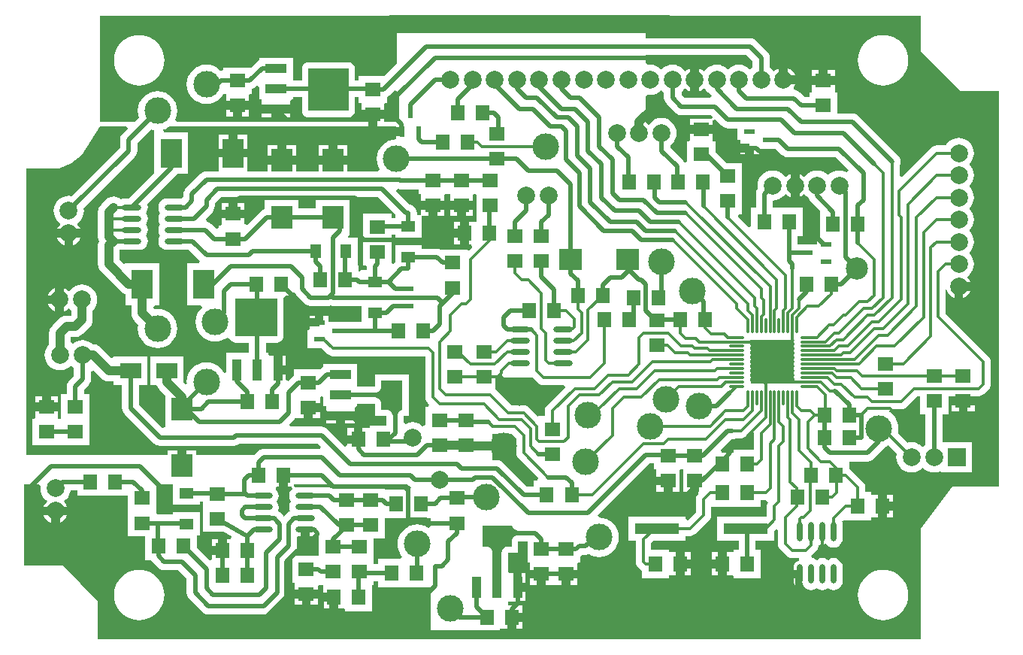
<source format=gbl>
%FSLAX25Y25*%
%MOIN*%
G70*
G01*
G75*
G04 Layer_Physical_Order=2*
G04 Layer_Color=16711680*
%ADD10R,0.09449X0.03937*%
%ADD11R,0.09449X0.12992*%
%ADD12R,0.04331X0.03937*%
%ADD13R,0.03937X0.04331*%
%ADD14R,0.02362X0.05118*%
%ADD15R,0.03740X0.03543*%
%ADD16R,0.03740X0.03543*%
%ADD17R,0.07087X0.06299*%
%ADD18C,0.01969*%
%ADD19C,0.01181*%
%ADD20C,0.11811*%
%ADD21C,0.07874*%
%ADD22R,0.07874X0.07874*%
%ADD23C,0.09843*%
%ADD24C,0.05906*%
%ADD25R,0.19685X0.05118*%
%ADD26R,0.06299X0.07087*%
%ADD27R,0.09449X0.10236*%
%ADD28R,0.10236X0.09449*%
%ADD29R,0.05118X0.02362*%
%ADD30O,0.08661X0.02362*%
%ADD31O,0.07087X0.01181*%
%ADD32O,0.01181X0.07087*%
%ADD33R,0.03937X0.09449*%
%ADD34R,0.12992X0.09449*%
%ADD35O,0.02362X0.08661*%
%ADD36R,0.06299X0.04921*%
%ADD37R,0.09449X0.12992*%
%ADD38R,0.04921X0.06299*%
%ADD39R,0.09449X0.07087*%
%ADD40C,0.03937*%
%ADD41C,0.07874*%
G36*
X314567Y266535D02*
X316349D01*
X316728Y265417D01*
X316483Y265229D01*
X315852Y264407D01*
X315456Y263449D01*
X315320Y262421D01*
X315456Y261393D01*
X315852Y260436D01*
X316247Y259921D01*
X315852Y259407D01*
X315456Y258449D01*
X315320Y257421D01*
X315456Y256394D01*
X315622Y255993D01*
X315496Y255688D01*
X314714Y255089D01*
X312992Y253366D01*
X312746Y253612D01*
X312746Y253612D01*
X312746Y253612D01*
X311270Y255089D01*
X311033Y255271D01*
X310489Y255688D01*
X310489Y255688D01*
X310664Y257421D01*
D01*
X310664Y257421D01*
X310664D01*
X310529Y258449D01*
X310132Y259407D01*
X309737Y259921D01*
X310132Y260436D01*
X310529Y261393D01*
X310664Y262421D01*
X310529Y263449D01*
X310132Y264407D01*
X309501Y265229D01*
X309256Y265417D01*
X309636Y266535D01*
X310630D01*
Y271654D01*
X314567D01*
Y266535D01*
D02*
G37*
G36*
X363591Y398521D02*
X364567Y398393D01*
X372638D01*
Y396260D01*
X373819D01*
Y395866D01*
X373819D01*
Y393110D01*
X384055D01*
Y395866D01*
D01*
Y395866D01*
X384449Y396260D01*
X385236D01*
Y396260D01*
X385236D01*
X385236Y396260D01*
X385433D01*
Y396260D01*
X386614D01*
Y396260D01*
Y395866D01*
X386614Y395425D01*
X386614Y395425D01*
X386614D01*
Y393110D01*
X396850D01*
Y395425D01*
X396850Y395425D01*
D01*
D01*
X396850Y395866D01*
D01*
X397244Y396260D01*
X398031D01*
D01*
X398031D01*
X398228Y396063D01*
Y385236D01*
Y384055D01*
X397835D01*
Y384055D01*
X395079D01*
Y378937D01*
Y373819D01*
X396046D01*
X396498Y372728D01*
X395034Y371264D01*
X394094Y371654D01*
Y371654D01*
X394094Y371654D01*
X382347D01*
X381724Y371912D01*
X380748Y372040D01*
X374055D01*
Y373484D01*
X362244D01*
Y365855D01*
X361262Y365199D01*
X360630Y365461D01*
Y375590D01*
Y378078D01*
X362244D01*
Y376634D01*
X374055D01*
Y386417D01*
X376969D01*
Y389173D01*
X373819D01*
Y387067D01*
X371922D01*
Y387835D01*
X371794Y388811D01*
X371417Y389721D01*
X370817Y390502D01*
X370036Y391102D01*
X369126Y391478D01*
X368725Y391531D01*
X362563Y397693D01*
X363219Y398675D01*
X363591Y398521D01*
D02*
G37*
G36*
X415916Y287972D02*
Y281496D01*
X415916Y281496D01*
X416031Y280623D01*
X416368Y279808D01*
X416905Y279109D01*
X425828Y270186D01*
X425376Y269094D01*
X423622D01*
Y266568D01*
X420854D01*
X410148Y277274D01*
X409367Y277873D01*
X408457Y278250D01*
X407480Y278379D01*
X405512D01*
Y289932D01*
X405512Y289932D01*
X413956D01*
X415916Y287972D01*
D02*
G37*
G36*
X368395Y267018D02*
X369177Y266418D01*
X369423Y266316D01*
X369193Y265158D01*
X357677D01*
Y266339D01*
X334252D01*
Y266339D01*
X334028Y266065D01*
X333051Y266194D01*
X326771D01*
X326618Y266257D01*
X325591Y266392D01*
X319291D01*
X318264Y266257D01*
X317323Y266535D01*
D01*
X317323Y266535D01*
X317323Y266535D01*
Y267717D01*
X367696D01*
X368395Y267018D01*
D02*
G37*
G36*
X362325Y387262D02*
X362244Y387067D01*
X362244D01*
X362244Y387067D01*
Y385623D01*
X360630D01*
Y387402D01*
X348031D01*
Y375590D01*
Y364567D01*
X349303D01*
X349613Y364213D01*
Y362461D01*
X347480D01*
X347480Y362461D01*
X346496Y361892D01*
X346449Y361912D01*
X346063Y361962D01*
Y364567D01*
X345728D01*
Y365118D01*
X345728D01*
Y376929D01*
X341352D01*
X341245Y377147D01*
X341868Y378150D01*
X342126D01*
Y393898D01*
X342126D01*
Y394014D01*
X342961Y394850D01*
X354737D01*
X362325Y387262D01*
D02*
G37*
G36*
X324410Y244642D02*
X325591D01*
X326310Y244736D01*
X326980Y245014D01*
X327287Y245249D01*
X328346Y244727D01*
Y235827D01*
X317508D01*
X317056Y236918D01*
X317628Y237490D01*
X318228Y238271D01*
X318416Y238726D01*
X318604Y239181D01*
X318733Y240158D01*
Y244152D01*
X319291Y244642D01*
X320472D01*
Y247421D01*
X324410D01*
Y244642D01*
D02*
G37*
G36*
X327165Y393898D02*
X327165D01*
Y389796D01*
X319488D01*
Y393898D01*
X319488D01*
Y394014D01*
X320323Y394850D01*
X327165D01*
Y393898D01*
D02*
G37*
G36*
X377953Y248881D02*
X376885Y248376D01*
X376883Y248378D01*
X375378Y249183D01*
X373745Y249678D01*
X372047Y249845D01*
X370349Y249678D01*
X368717Y249183D01*
X367212Y248378D01*
X365893Y247296D01*
X364811Y245977D01*
X364006Y244472D01*
X363511Y242840D01*
X363344Y241142D01*
X363511Y239444D01*
X364006Y237811D01*
X364811Y236306D01*
X365297Y235713D01*
X364792Y234646D01*
X354724D01*
Y232119D01*
X352756D01*
Y233858D01*
Y243504D01*
X357677D01*
Y252559D01*
X377953D01*
Y248881D01*
D02*
G37*
G36*
X304527Y393898D02*
X304528D01*
Y389692D01*
X304339Y389668D01*
X303429Y389291D01*
X302647Y388691D01*
X296564Y382607D01*
X295472Y383059D01*
Y383119D01*
X295472Y383119D01*
X295472D01*
Y385433D01*
X285236D01*
Y383119D01*
X285236Y383119D01*
X285236D01*
X285236Y382677D01*
X284842Y382283D01*
X284055D01*
Y381288D01*
X282964Y380836D01*
X280758Y383042D01*
X279977Y383641D01*
X279067Y384018D01*
X278695Y384067D01*
X278315Y385185D01*
X281211Y388081D01*
X281810Y388862D01*
X281810Y388862D01*
X281810Y388862D01*
X282187Y389772D01*
X282316Y390748D01*
Y392138D01*
X285027Y394850D01*
X304527D01*
Y393898D01*
D02*
G37*
G36*
X595472Y459646D02*
X613189Y441929D01*
X629921D01*
Y266732D01*
X609509D01*
X595472Y247742D01*
Y198819D01*
X405512D01*
Y202362D01*
X408858D01*
Y203543D01*
X408858D01*
X409252D01*
X409693Y203543D01*
X409693Y203543D01*
Y203543D01*
X412008D01*
Y208661D01*
X413976D01*
Y210630D01*
X418701D01*
Y213779D01*
X412795D01*
X412205Y214370D01*
X412205Y214615D01*
X412205Y214615D01*
X412205D01*
Y215551D01*
X412205D01*
X412992D01*
X413040Y215551D01*
X413040Y215551D01*
Y215551D01*
X420079D01*
Y219882D01*
X416535D01*
Y221850D01*
X414567D01*
Y228150D01*
X413081D01*
X413081Y228150D01*
Y228150D01*
X412992Y228150D01*
X412246Y228896D01*
Y237022D01*
X412267Y237183D01*
X412428Y237205D01*
X416732D01*
Y242108D01*
X416753Y242269D01*
X416915Y242291D01*
X420866D01*
Y232874D01*
X422047D01*
Y232874D01*
Y232480D01*
X422047Y232039D01*
X422047Y232039D01*
X422047D01*
Y229724D01*
X427165D01*
Y227756D01*
X429134D01*
Y223031D01*
X432039D01*
X432039Y223031D01*
Y223031D01*
X432283Y223031D01*
X432579D01*
X432874D01*
X433119Y223031D01*
X433119Y223031D01*
Y223031D01*
X436024D01*
Y227756D01*
X437992D01*
Y229724D01*
X443110D01*
Y232039D01*
X443110Y232039D01*
D01*
D01*
X443110Y232480D01*
D01*
X443504Y232874D01*
X444291D01*
Y235465D01*
X444406Y235512D01*
X445187Y236112D01*
X445460Y236385D01*
X446850D01*
X447827Y236514D01*
X448243Y236686D01*
X449425Y236054D01*
X451058Y235558D01*
X452756Y235391D01*
X454454Y235558D01*
X456086Y236054D01*
X457591Y236858D01*
X458910Y237940D01*
X459993Y239259D01*
X460797Y240764D01*
X461292Y242396D01*
X461459Y244094D01*
X461292Y245792D01*
X460797Y247425D01*
X459993Y248930D01*
X458910Y250249D01*
X457591Y251331D01*
X456086Y252135D01*
X454454Y252631D01*
X452756Y252798D01*
X452604Y252783D01*
X452099Y253851D01*
X474988Y276739D01*
X476968D01*
Y274213D01*
X478150D01*
Y274213D01*
Y273819D01*
X478150Y273377D01*
X478150Y273377D01*
X478150D01*
Y271063D01*
X483268D01*
Y269094D01*
X485236D01*
Y264370D01*
X488386D01*
Y273377D01*
X488386Y273377D01*
D01*
D01*
X488386Y273819D01*
D01*
X488779Y274213D01*
X489961D01*
Y273819D01*
X489961D01*
Y264370D01*
X496242D01*
X496694Y263279D01*
X496629Y263213D01*
X496093Y262514D01*
X495755Y261700D01*
X495640Y260827D01*
X495640Y260827D01*
Y255335D01*
X492036Y251731D01*
X490945Y252183D01*
Y253346D01*
X465748D01*
Y242717D01*
X469066D01*
Y233268D01*
X469066Y233268D01*
X469181Y232394D01*
X469518Y231580D01*
X470054Y230881D01*
X471038Y229897D01*
X471737Y229360D01*
X471850Y229314D01*
Y225984D01*
X483661D01*
Y227165D01*
X483661D01*
X484055D01*
X484497Y227165D01*
X484497Y227165D01*
Y227165D01*
X486811D01*
Y232283D01*
Y237402D01*
X484497D01*
X484497Y237402D01*
Y237402D01*
X484055Y237402D01*
X483661Y237795D01*
Y238583D01*
X475816D01*
Y241712D01*
D01*
X476821Y242717D01*
X490945D01*
Y244656D01*
X493110D01*
X493110Y244656D01*
X493984Y244771D01*
X494798Y245108D01*
X495497Y245645D01*
X501402Y251550D01*
X501403Y251550D01*
X501939Y252249D01*
X502276Y253063D01*
X502391Y253937D01*
Y257480D01*
X524213D01*
Y260404D01*
X526575D01*
X526575Y260404D01*
X526845Y260440D01*
X527564Y259503D01*
X527251Y258748D01*
X527137Y257874D01*
X527137Y257874D01*
Y253367D01*
X527116Y253346D01*
X505118D01*
Y242717D01*
X514535D01*
Y238583D01*
X512402D01*
Y237402D01*
X512402D01*
X512008D01*
X511566Y237402D01*
X511566Y237402D01*
Y237402D01*
X509252D01*
Y232283D01*
Y227165D01*
X511566D01*
X511566Y227165D01*
Y227165D01*
X512008Y227165D01*
X512402Y226772D01*
Y225984D01*
X524213D01*
Y238583D01*
X522080D01*
Y242717D01*
X530315D01*
Y246857D01*
X531297Y247513D01*
X532058Y247198D01*
Y241142D01*
X532058Y241142D01*
X532173Y240268D01*
X532510Y239454D01*
X533046Y238755D01*
X535999Y235802D01*
X536698Y235266D01*
X537512Y234929D01*
X538386Y234814D01*
X538386Y234814D01*
X541255D01*
X541332Y233635D01*
X540993Y233591D01*
X540323Y233313D01*
X539747Y232871D01*
X539305Y232295D01*
X539028Y231625D01*
X538933Y230906D01*
Y229724D01*
X541713D01*
Y227756D01*
X542741D01*
Y224606D01*
X542877Y223579D01*
X543273Y222621D01*
X543653Y222127D01*
X543653Y222127D01*
X543905Y221798D01*
X544727Y221167D01*
X545685Y220771D01*
X546713Y220635D01*
X547740Y220771D01*
X548698Y221167D01*
X549213Y221562D01*
X549727Y221167D01*
X550685Y220771D01*
X551713Y220635D01*
X552740Y220771D01*
X553698Y221167D01*
X554213Y221562D01*
X554727Y221167D01*
X555685Y220771D01*
X556713Y220635D01*
X557740Y220771D01*
X558698Y221167D01*
X559520Y221798D01*
X560152Y222621D01*
X560548Y223579D01*
X560684Y224606D01*
Y230906D01*
X560548Y231933D01*
X560152Y232891D01*
X559520Y233713D01*
X558698Y234345D01*
X557740Y234741D01*
X556713Y234876D01*
X555685Y234741D01*
X554727Y234345D01*
X554213Y233950D01*
X553698Y234345D01*
X552740Y234741D01*
X551713Y234876D01*
X550685Y234741D01*
X549727Y234345D01*
X549213Y233950D01*
X548698Y234345D01*
X547740Y234741D01*
X547464Y234777D01*
X546991Y235395D01*
X546808Y235932D01*
X549099Y238224D01*
X549099Y238224D01*
X549636Y238923D01*
X549973Y239737D01*
X550088Y240610D01*
Y240610D01*
X550088D01*
D01*
D01*
D01*
X550993Y240819D01*
X551713Y240724D01*
X552432Y240819D01*
X553102Y241097D01*
X553653Y241024D01*
X553905Y240696D01*
X554727Y240065D01*
X555685Y239668D01*
X556713Y239533D01*
X557740Y239668D01*
X558698Y240065D01*
X559520Y240696D01*
X560152Y241518D01*
X560548Y242476D01*
X560684Y243504D01*
Y249803D01*
X560548Y250831D01*
X560413Y251159D01*
X561417Y251575D01*
X561417D01*
Y251575D01*
X561417Y251575D01*
X573228D01*
Y252756D01*
X573228D01*
X573622D01*
X574063Y252756D01*
X574063Y252756D01*
Y252756D01*
X576378D01*
Y257874D01*
Y262992D01*
X574063D01*
X574063Y262992D01*
Y262992D01*
X573622Y262992D01*
X573228Y263386D01*
Y264173D01*
X570698D01*
Y266338D01*
X570698Y266339D01*
X570583Y267212D01*
X570246Y268026D01*
X569710Y268725D01*
X569709Y268725D01*
X564395Y274040D01*
X563696Y274577D01*
X563583Y274623D01*
Y277724D01*
X571850D01*
X572827Y277852D01*
X573737Y278229D01*
X574518Y278829D01*
X579439Y283750D01*
X579770Y284181D01*
X580102Y284282D01*
X581139Y284836D01*
X584743Y281231D01*
X584624Y280840D01*
X584495Y279528D01*
X584624Y278216D01*
X585007Y276954D01*
X585629Y275791D01*
X586465Y274772D01*
X587484Y273936D01*
X588647Y273314D01*
X589908Y272932D01*
X591221Y272802D01*
X592520Y272930D01*
X592532Y272932D01*
X593794Y273314D01*
X594957Y273936D01*
X595976Y274772D01*
X596465D01*
X597484Y273936D01*
X598647Y273314D01*
X599908Y272932D01*
X601221Y272802D01*
X602532Y272932D01*
X603794Y273314D01*
X604099Y273477D01*
X604528Y273220D01*
Y272835D01*
X617913D01*
Y286221D01*
X604993D01*
Y298622D01*
X607677D01*
Y306664D01*
X609055D01*
Y306496D01*
X619291D01*
Y306664D01*
X621063D01*
X621063Y306664D01*
X621937Y306779D01*
X622751Y307116D01*
X623450Y307653D01*
X625418Y309621D01*
X625418Y309621D01*
X625722Y310017D01*
X625955Y310320D01*
X626292Y311134D01*
X626407Y312008D01*
X626407Y312008D01*
X626407Y312008D01*
Y312008D01*
Y321850D01*
X626292Y322724D01*
X626094Y323201D01*
X625955Y323538D01*
X625722Y323842D01*
X625418Y324237D01*
X625418Y324237D01*
X606328Y343327D01*
Y353903D01*
X606827Y353935D01*
X606835Y353876D01*
X607390Y352535D01*
X608274Y351384D01*
X609425Y350500D01*
X610236Y350164D01*
Y355315D01*
X612205D01*
Y357283D01*
X617355D01*
X617019Y358095D01*
X616136Y359246D01*
X616136Y359246D01*
X616136D01*
X615941Y359566D01*
Y359566D01*
X616960Y360402D01*
X617797Y361421D01*
X618418Y362584D01*
X618801Y363845D01*
X618930Y365158D01*
X618801Y366470D01*
X618418Y367731D01*
X617797Y368894D01*
X616960Y369913D01*
Y370245D01*
X617797Y371264D01*
X618418Y372426D01*
X618801Y373688D01*
X618930Y375000D01*
X618801Y376312D01*
X618418Y377574D01*
X617797Y378736D01*
X616960Y379755D01*
Y380087D01*
X617797Y381106D01*
X618418Y382269D01*
X618801Y383530D01*
X618930Y384842D01*
X618801Y386155D01*
X618418Y387416D01*
X617797Y388579D01*
X616960Y389598D01*
Y389930D01*
X617797Y390949D01*
X618418Y392111D01*
X618801Y393373D01*
X618930Y394685D01*
X618801Y395997D01*
X618418Y397259D01*
X617797Y398421D01*
X616960Y399441D01*
Y399772D01*
X617797Y400791D01*
X618418Y401954D01*
X618801Y403216D01*
X618930Y404528D01*
X618801Y405840D01*
X618418Y407101D01*
X617797Y408264D01*
X616960Y409283D01*
Y409615D01*
X617797Y410634D01*
X618418Y411796D01*
X618801Y413058D01*
X618930Y414370D01*
X618801Y415682D01*
X618418Y416944D01*
X617797Y418107D01*
X616960Y419126D01*
X615941Y419962D01*
X614778Y420583D01*
X613517Y420966D01*
X612205Y421095D01*
X610893Y420966D01*
X609631Y420583D01*
X608468Y419962D01*
X607449Y419126D01*
X606613Y418107D01*
X606420Y417745D01*
X602362D01*
X601489Y417630D01*
X600674Y417293D01*
X599975Y416757D01*
X599975Y416757D01*
X595472Y412254D01*
X587144Y403925D01*
X586053Y404377D01*
Y408808D01*
X586321Y409457D01*
X586450Y410433D01*
X586321Y411409D01*
X585944Y412319D01*
X585345Y413101D01*
X567628Y430817D01*
X566847Y431417D01*
X565937Y431793D01*
X564961Y431922D01*
X558465D01*
Y441339D01*
X557283D01*
Y441339D01*
Y441732D01*
X557283Y442174D01*
X557283Y442174D01*
X557283D01*
Y444488D01*
X547047D01*
Y442174D01*
X547047Y442174D01*
X547047D01*
X547047Y441732D01*
X546654Y441339D01*
X545866D01*
Y439206D01*
X543885D01*
X541742Y441349D01*
X540961Y441948D01*
X540051Y442325D01*
X539290Y442425D01*
X539075Y442945D01*
X539075Y443825D01*
X539263Y444071D01*
X539599Y444882D01*
X534449D01*
Y446850D01*
X532480D01*
Y452001D01*
X531669Y451665D01*
X530518Y450781D01*
X530518Y450781D01*
Y450781D01*
X530198Y450587D01*
X529362Y451606D01*
X528379Y452413D01*
Y456693D01*
X528250Y457669D01*
X527873Y458579D01*
X527274Y459360D01*
X522353Y464282D01*
X521571Y464881D01*
X520661Y465258D01*
X519685Y465387D01*
X473425D01*
Y475394D01*
X595472D01*
Y459646D01*
D02*
G37*
G36*
X595079Y298622D02*
X597448D01*
Y285090D01*
X596465Y284283D01*
X595976D01*
X594957Y285119D01*
X594459Y285385D01*
X593794Y285741D01*
X592532Y286124D01*
X592520Y286125D01*
X591221Y286253D01*
X589908Y286124D01*
X589517Y286005D01*
X585212Y290309D01*
X585308Y290625D01*
X585475Y292323D01*
X585308Y294021D01*
X584812Y295654D01*
X584008Y297158D01*
X582926Y298477D01*
X581607Y299559D01*
X581507Y299613D01*
X581794Y300759D01*
X586614D01*
X586614Y300759D01*
X587488Y300873D01*
X588302Y301211D01*
X589001Y301747D01*
X593918Y306664D01*
X595079D01*
Y298622D01*
D02*
G37*
G36*
X330118Y306693D02*
X330118D01*
X330512Y306299D01*
Y302362D01*
X331693D01*
Y302362D01*
Y301575D01*
X331693Y301527D01*
X331693Y301527D01*
X331693D01*
Y300000D01*
X344291D01*
Y301527D01*
X344291Y301527D01*
D01*
D01*
X344291Y301575D01*
D01*
X345079Y302362D01*
X345472D01*
Y303314D01*
X353164D01*
X353346Y303132D01*
X353346Y303132D01*
D01*
Y300614D01*
Y297835D01*
X358250D01*
X358411Y297813D01*
X358432Y297652D01*
Y297244D01*
Y293701D01*
X350984D01*
Y292520D01*
X350590D01*
Y292520D01*
X347835D01*
Y287402D01*
X345866D01*
Y285433D01*
X341142D01*
Y284831D01*
X340051Y284379D01*
X332392Y292038D01*
X331611Y292637D01*
X330701Y293014D01*
X329724Y293143D01*
X315769D01*
X315317Y294234D01*
X317628Y296545D01*
X317862Y296850D01*
X318701Y296850D01*
Y296850D01*
X321850D01*
Y301575D01*
X323819D01*
Y303543D01*
X328937D01*
Y306299D01*
D01*
Y306299D01*
X329331Y306693D01*
X330118D01*
D01*
D02*
G37*
G36*
X425763Y312574D02*
X425763Y312574D01*
X426158Y312270D01*
X426462Y312037D01*
X427276Y311700D01*
X428150Y311585D01*
X437158D01*
X437610Y310494D01*
X429700Y302584D01*
X429164Y301885D01*
X428826Y301070D01*
X428711Y300197D01*
X428711Y300197D01*
Y297835D01*
X425787D01*
X425787Y297835D01*
Y297835D01*
X425544Y297734D01*
X421678Y301599D01*
X420979Y302136D01*
X420165Y302473D01*
X419291Y302588D01*
X419291Y302588D01*
X413800D01*
X406914Y309473D01*
X406693Y309643D01*
X406693Y310630D01*
X406693D01*
Y314961D01*
X423376D01*
X425763Y312574D01*
D02*
G37*
G36*
X365527Y300555D02*
X365258Y300520D01*
X364587Y300242D01*
X364012Y299800D01*
X363570Y299224D01*
X363292Y298554D01*
X363197Y297835D01*
Y297244D01*
X361212D01*
Y297835D01*
X361117Y298554D01*
X360840Y299224D01*
X360398Y299800D01*
X359822Y300242D01*
X359152Y300520D01*
X358432Y300614D01*
X356126D01*
Y303314D01*
X356031Y304034D01*
X355754Y304704D01*
X355312Y305280D01*
X354736Y305721D01*
X354066Y305999D01*
X353346Y306094D01*
X352362D01*
Y308079D01*
X353346D01*
X354066Y308174D01*
X354736Y308452D01*
X355312Y308893D01*
X355754Y309469D01*
X356031Y310140D01*
X356126Y310859D01*
Y313559D01*
X365527D01*
Y300555D01*
D02*
G37*
G36*
X538667Y331919D02*
X539214Y331693D01*
X539259Y331582D01*
X539144Y330709D01*
X539259Y329835D01*
X539305Y329724D01*
X539259Y329614D01*
X539144Y328740D01*
X539259Y327867D01*
X539305Y327756D01*
X539259Y327645D01*
X539144Y326772D01*
X539259Y325898D01*
X539305Y325787D01*
X539259Y325677D01*
X539144Y324803D01*
X539259Y323930D01*
X539305Y323819D01*
X539259Y323708D01*
X539144Y322835D01*
X539259Y321961D01*
X539305Y321850D01*
X539259Y321740D01*
X539144Y320866D01*
X539259Y319992D01*
X539305Y319882D01*
X539259Y319771D01*
X539144Y318898D01*
X539259Y318024D01*
X539305Y317913D01*
X539259Y317803D01*
X539144Y316929D01*
X539259Y316055D01*
X539305Y315945D01*
X539259Y315834D01*
X539144Y314961D01*
X539259Y314087D01*
X539597Y313273D01*
X539812Y312992D01*
X539597Y312711D01*
X539370Y312164D01*
X539259Y312119D01*
X539090Y312141D01*
X538386Y312234D01*
X537512Y312119D01*
X537402Y312073D01*
X537291Y312119D01*
X536417Y312234D01*
X535544Y312119D01*
X535433Y312073D01*
X535322Y312119D01*
X534449Y312234D01*
X534449D01*
X533923Y312164D01*
X533575Y312119D01*
X533465Y312073D01*
X533354Y312119D01*
X532480Y312234D01*
X531607Y312119D01*
X531496Y312073D01*
X531385Y312119D01*
X530512Y312234D01*
X529638Y312119D01*
X529528Y312073D01*
X529417Y312119D01*
X528543Y312234D01*
X527670Y312119D01*
X526856Y311781D01*
X526575Y311566D01*
X526294Y311781D01*
X525480Y312119D01*
X524606Y312234D01*
X523733Y312119D01*
X523622Y312073D01*
X523511Y312119D01*
X522638Y312234D01*
X521764Y312119D01*
X521654Y312073D01*
X521543Y312119D01*
X521373Y312141D01*
X520669Y312234D01*
X520203Y312172D01*
X519849Y312526D01*
X519911Y312992D01*
X519796Y313866D01*
X519750Y313976D01*
X519796Y314087D01*
X519911Y314961D01*
X519796Y315834D01*
X519750Y315945D01*
X519796Y316055D01*
X519911Y316929D01*
X519796Y317803D01*
X519750Y317913D01*
X519796Y318024D01*
X519911Y318898D01*
X519796Y319771D01*
X519750Y319882D01*
X519796Y319992D01*
X519911Y320866D01*
X519796Y321740D01*
X519750Y321850D01*
X519796Y321961D01*
X519911Y322835D01*
X519796Y323708D01*
X519750Y323819D01*
X519796Y323930D01*
X519911Y324803D01*
X519796Y325677D01*
X519750Y325787D01*
X519796Y325898D01*
X519911Y326772D01*
X519796Y327645D01*
X519750Y327756D01*
X519796Y327867D01*
X519911Y328740D01*
X519796Y329614D01*
X519459Y330428D01*
X519243Y330709D01*
X519459Y330990D01*
X519718Y331615D01*
X519796Y331582D01*
X520669Y331467D01*
X521543Y331582D01*
X521654Y331628D01*
X521764Y331582D01*
X522638Y331467D01*
X523511Y331582D01*
X523622Y331628D01*
X523733Y331582D01*
X524606Y331467D01*
X525480Y331582D01*
X525591Y331628D01*
X525701Y331582D01*
X526575Y331467D01*
X527448Y331582D01*
X527559Y331628D01*
X527670Y331582D01*
X528543Y331467D01*
X529417Y331582D01*
X529528Y331628D01*
X529638Y331582D01*
X530512Y331467D01*
X531385Y331582D01*
X531496Y331628D01*
X531607Y331582D01*
X532480Y331467D01*
X533354Y331582D01*
X533465Y331628D01*
X533575Y331582D01*
X534449Y331467D01*
X535322Y331582D01*
X535433Y331628D01*
X535544Y331582D01*
X536417Y331467D01*
X537291Y331582D01*
X538105Y331919D01*
X538386Y332135D01*
X538667Y331919D01*
D02*
G37*
G36*
X521248Y290483D02*
X521231Y290354D01*
X521231Y290354D01*
Y282874D01*
X512402D01*
Y281693D01*
X512008D01*
Y281693D01*
X507075D01*
X506623Y282784D01*
X511405Y287566D01*
X511811D01*
X512787Y287695D01*
X513436Y287963D01*
X515748D01*
X515748Y287963D01*
X516622Y288078D01*
X517436Y288416D01*
X518135Y288952D01*
X520189Y291006D01*
X521248Y290483D01*
D02*
G37*
G36*
X263740Y258405D02*
X275551D01*
Y259850D01*
X277165D01*
Y257480D01*
Y246457D01*
X286179D01*
X289680Y244448D01*
X289376Y243307D01*
X287795D01*
Y238189D01*
X285827D01*
Y236221D01*
X281102D01*
Y234240D01*
X280011Y233788D01*
X274213Y239587D01*
Y244823D01*
X275551D01*
Y255256D01*
X263740D01*
Y254166D01*
X256890D01*
X256299Y254684D01*
Y255512D01*
Y267323D01*
D01*
Y267323D01*
X256693Y267717D01*
X263740D01*
Y258405D01*
D02*
G37*
G36*
X310039Y333169D02*
X291339D01*
Y349902D01*
X310039D01*
Y333169D01*
D02*
G37*
G36*
X317599Y352445D02*
X318199Y351663D01*
X318199Y351663D01*
X318199D01*
Y351663D01*
X318199Y351663D01*
X322136Y347726D01*
X322917Y347127D01*
X323183Y347016D01*
X323827Y346750D01*
X324803Y346621D01*
X332677D01*
X333653Y346750D01*
X333661Y346753D01*
X333669Y346750D01*
X334646Y346621D01*
X347480D01*
Y339402D01*
X342126D01*
Y339567D01*
X332677D01*
Y342126D01*
X330512D01*
Y339370D01*
X328543D01*
Y337402D01*
X324410D01*
Y336614D01*
D01*
Y336614D01*
X323622Y335827D01*
X323228D01*
Y327953D01*
X329675D01*
X332259Y325369D01*
X332259Y325369D01*
X332958Y324833D01*
X333772Y324496D01*
X334646Y324381D01*
X334646Y324381D01*
X375562D01*
Y306102D01*
X375562Y306102D01*
X375677Y305229D01*
X376014Y304415D01*
X376550Y303716D01*
X377403Y302863D01*
X376951Y301772D01*
X375590D01*
Y293902D01*
X374523Y293397D01*
X373815Y293978D01*
X372652Y294599D01*
X371391Y294982D01*
X370079Y295111D01*
X368767Y294982D01*
X367505Y294599D01*
X366990Y294324D01*
X365977Y294931D01*
Y297652D01*
X365999Y297818D01*
X366039Y297835D01*
X368307D01*
Y316339D01*
X353346D01*
Y313559D01*
X353346Y313559D01*
X353346D01*
Y311041D01*
X353325Y310880D01*
X353164Y310859D01*
X345472D01*
Y311417D01*
Y320866D01*
X330512D01*
Y319619D01*
X330003Y319409D01*
X329222Y318809D01*
X328917Y318504D01*
X317520D01*
Y315802D01*
X316821Y315266D01*
X314871Y313316D01*
X313779Y313768D01*
Y316339D01*
X310236D01*
Y318307D01*
X308268D01*
Y324606D01*
X306693D01*
D01*
X306693D01*
X305906Y325394D01*
Y325787D01*
X304954D01*
Y330390D01*
X310039D01*
X310759Y330484D01*
X311429Y330762D01*
X312005Y331204D01*
X312447Y331779D01*
X312724Y332450D01*
X312819Y333169D01*
Y349902D01*
X312768Y350293D01*
X313546Y351181D01*
X316339D01*
Y352461D01*
X317497Y352691D01*
X317599Y352445D01*
D02*
G37*
G36*
X414047Y249116D02*
X414325Y248446D01*
X414767Y247870D01*
X415342Y247428D01*
X416013Y247150D01*
X416732Y247056D01*
X417323D01*
Y245070D01*
X416732D01*
X416013Y244975D01*
X415342Y244698D01*
X414767Y244256D01*
X414325Y243680D01*
X414047Y243010D01*
X413953Y242291D01*
Y239984D01*
X412246D01*
X411526Y239890D01*
X410856Y239612D01*
X410280Y239170D01*
X409838Y238595D01*
X409560Y237924D01*
X409466Y237205D01*
Y235236D01*
X405495D01*
Y237205D01*
X405400Y237924D01*
X405122Y238595D01*
X404681Y239170D01*
X404105Y239612D01*
X403435Y239890D01*
X402715Y239984D01*
X401008D01*
Y249386D01*
X414012D01*
X414047Y249116D01*
D02*
G37*
G36*
X341535Y433071D02*
X323819D01*
Y451772D01*
X341535D01*
Y433071D01*
D02*
G37*
G36*
X481464Y441288D02*
Y438976D01*
X481592Y438000D01*
X481969Y437090D01*
X482569Y436309D01*
X486506Y432372D01*
X487287Y431772D01*
X487554Y431662D01*
X488197Y431395D01*
X489173Y431267D01*
X502228D01*
X502884Y430285D01*
X502571Y429528D01*
X492913D01*
Y426772D01*
X503150D01*
Y428949D01*
X504241Y429401D01*
X507175Y426466D01*
X507175D01*
X507175Y426466D01*
X507175D01*
X507175Y426466D01*
Y426466D01*
X507175Y426466D01*
Y426466D01*
X507956Y425867D01*
X508866Y425490D01*
X509842Y425361D01*
X514173D01*
Y420079D01*
X515354D01*
Y419291D01*
X515354D01*
Y418504D01*
X519488D01*
Y416535D01*
X521457D01*
Y413779D01*
X523622D01*
Y416339D01*
X531082D01*
X533750Y413671D01*
X534531Y413072D01*
X535441Y412695D01*
X536417Y412566D01*
X557492D01*
X563319Y406740D01*
X562615Y405792D01*
X561826Y406213D01*
X560564Y406596D01*
X559252Y406725D01*
X557940Y406596D01*
X556678Y406213D01*
X555516Y405592D01*
X554496Y404755D01*
X554165D01*
X553146Y405592D01*
X551983Y406213D01*
X550722Y406596D01*
X549409Y406725D01*
X548097Y406596D01*
X546836Y406213D01*
X545673Y405592D01*
X544654Y404755D01*
X543818Y403736D01*
X543498Y403931D01*
X543498Y403931D01*
Y403931D01*
X542347Y404815D01*
X541535Y405151D01*
Y400000D01*
Y394849D01*
X542347Y395185D01*
X543498Y396069D01*
X543498Y396069D01*
Y396069D01*
X543818Y396264D01*
Y396264D01*
Y396264D01*
X544654Y395245D01*
X545673Y394408D01*
X545839Y394320D01*
X546142Y393586D01*
X546742Y392805D01*
X550591Y388956D01*
Y376575D01*
D01*
Y376575D01*
X550591Y376575D01*
X549213D01*
Y374016D01*
X540780D01*
Y377559D01*
X542913D01*
Y390158D01*
X529757D01*
Y393278D01*
X531036Y393404D01*
X532298Y393787D01*
X533461Y394408D01*
X534480Y395245D01*
X535316Y396264D01*
X535316D01*
D01*
X535636Y396069D01*
X535636Y396069D01*
Y396069D01*
X536787Y395185D01*
X537598Y394849D01*
Y400000D01*
Y405151D01*
X536787Y404815D01*
X535636Y403931D01*
X535636Y403931D01*
Y403931D01*
X535316Y403736D01*
X534480Y404755D01*
X533461Y405592D01*
X532298Y406213D01*
X531036Y406596D01*
X529724Y406725D01*
X528412Y406596D01*
X527151Y406213D01*
X525988Y405592D01*
X524969Y404755D01*
X524132Y403736D01*
X523511Y402574D01*
X523128Y401312D01*
X522999Y400000D01*
X523128Y398688D01*
X523130Y398684D01*
X522717Y398146D01*
X522340Y397236D01*
X522212Y396260D01*
Y390158D01*
X520079D01*
Y381907D01*
X518988Y381455D01*
X514329Y386114D01*
X514781Y387205D01*
X516142D01*
Y398228D01*
Y410039D01*
X509272D01*
X504331Y414981D01*
Y419685D01*
X503150D01*
Y419685D01*
Y420079D01*
X503150Y420520D01*
X503150Y420520D01*
X503150D01*
Y422835D01*
X492913D01*
Y420520D01*
X492913Y420520D01*
X492913D01*
X492913Y420079D01*
X492520Y419685D01*
X491732D01*
Y410561D01*
X490682Y410126D01*
X490472Y410351D01*
X490472D01*
X489872Y411132D01*
X484298Y416707D01*
X484356Y417886D01*
X485071Y418473D01*
X485907Y419492D01*
X486528Y420655D01*
X486911Y421916D01*
X487040Y423228D01*
X486911Y424540D01*
X486528Y425802D01*
X485907Y426965D01*
X485071Y427984D01*
X484051Y428820D01*
X482889Y429442D01*
X481627Y429824D01*
X480315Y429954D01*
X479003Y429824D01*
X477741Y429442D01*
X476579Y428820D01*
X475560Y427984D01*
X474723Y426965D01*
X474403Y427159D01*
X474403Y427159D01*
Y427159D01*
X473425Y427910D01*
Y439440D01*
X474300Y440233D01*
X475394Y440125D01*
X476706Y440254D01*
X477967Y440637D01*
X479130Y441258D01*
X480149Y442095D01*
X480481D01*
X481464Y441288D01*
D02*
G37*
G36*
X363189Y454154D02*
X357460Y448425D01*
X346063D01*
Y446686D01*
X344315D01*
Y451772D01*
X344220Y452491D01*
X343943Y453161D01*
X343501Y453737D01*
X342925Y454179D01*
X342255Y454457D01*
X341535Y454551D01*
X323819D01*
X323099Y454457D01*
X322429Y454179D01*
X321853Y453737D01*
X321412Y453161D01*
X321134Y452491D01*
X321039Y451772D01*
Y446686D01*
X316929D01*
Y447244D01*
Y456693D01*
X301969D01*
Y455446D01*
X301460Y455235D01*
X300679Y454636D01*
X298405Y452362D01*
X286024D01*
Y451173D01*
X284912Y450775D01*
X284698Y451036D01*
X283379Y452118D01*
X281874Y452923D01*
X280241Y453418D01*
X278543Y453585D01*
X276845Y453418D01*
X275213Y452923D01*
X273708Y452118D01*
X272389Y451036D01*
X271307Y449717D01*
X270502Y448212D01*
X270007Y446580D01*
X269840Y444882D01*
X270007Y443184D01*
X270502Y441551D01*
X271307Y440047D01*
X272389Y438728D01*
X273708Y437645D01*
X275213Y436841D01*
X276845Y436346D01*
X278543Y436179D01*
X280241Y436346D01*
X281874Y436841D01*
X283379Y437645D01*
X284698Y438728D01*
X285780Y440047D01*
X286050Y440551D01*
X287205D01*
Y440551D01*
Y440158D01*
X287205Y439716D01*
X287205Y439716D01*
X287205D01*
Y437402D01*
X297441D01*
Y439716D01*
X297441Y439716D01*
D01*
D01*
X297441Y440158D01*
D01*
X297835Y440551D01*
X298622D01*
Y442788D01*
X298811Y442813D01*
X299721Y443190D01*
X300502Y443789D01*
X300502Y443789D01*
X300502Y443789D01*
X300877Y444164D01*
X301969Y443712D01*
Y438189D01*
X303150D01*
Y438189D01*
Y437402D01*
X303150Y437354D01*
X303150Y437354D01*
X303150D01*
Y435827D01*
X315748D01*
Y437354D01*
X315748Y437354D01*
D01*
D01*
X315748Y437402D01*
D01*
X316535Y438189D01*
X316929D01*
Y439141D01*
X321039D01*
Y433071D01*
X321134Y432351D01*
X321412Y431681D01*
X321853Y431105D01*
X322429Y430664D01*
X323099Y430386D01*
X323819Y430291D01*
X341535D01*
X342255Y430386D01*
X342925Y430664D01*
X343501Y431105D01*
X343943Y431681D01*
X344220Y432351D01*
X344315Y433071D01*
Y439141D01*
X346063D01*
Y436614D01*
X347244D01*
Y436220D01*
X347244D01*
Y433465D01*
X357480D01*
Y436220D01*
D01*
Y436220D01*
X357874Y436614D01*
X358661D01*
Y439205D01*
X358776Y439253D01*
X359557Y439852D01*
X359557Y439852D01*
X359557Y439852D01*
X362098Y442393D01*
X363189Y441941D01*
Y428150D01*
X357480D01*
Y429528D01*
X354331D01*
Y426181D01*
X362598D01*
Y425984D01*
X365354D01*
Y422047D01*
X362598D01*
Y420495D01*
X361097Y420347D01*
X359465Y419852D01*
X357960Y419048D01*
X356641Y417965D01*
X355559Y416646D01*
X354754Y415142D01*
X354259Y413509D01*
X354092Y411811D01*
X354259Y410113D01*
X354754Y408480D01*
X355362Y407345D01*
X354754Y406331D01*
X340945D01*
Y409252D01*
X328346D01*
Y406331D01*
X318307D01*
Y409252D01*
X305709D01*
Y406331D01*
X296555D01*
Y412402D01*
X283957D01*
Y406331D01*
X278543D01*
X277567Y406203D01*
X276657Y405826D01*
X275876Y405227D01*
X269478Y398829D01*
X268879Y398048D01*
X268502Y397138D01*
X268373Y396161D01*
Y394771D01*
X267520Y394345D01*
X261221D01*
X260193Y394210D01*
X259235Y393813D01*
X258413Y393182D01*
X257782Y392359D01*
X257385Y391402D01*
X257249Y390374D01*
X257385Y389346D01*
X257782Y388388D01*
X258176Y387874D01*
X257782Y387359D01*
X257385Y386402D01*
X257249Y385374D01*
X257385Y384346D01*
X257782Y383388D01*
X258176Y382874D01*
X257782Y382360D01*
X257385Y381402D01*
X257249Y380374D01*
X257385Y379346D01*
X257782Y378389D01*
X258176Y377874D01*
X257782Y377360D01*
X257385Y376402D01*
X257249Y375374D01*
X257385Y374346D01*
X257782Y373389D01*
X258413Y372566D01*
X259235Y371935D01*
X260193Y371538D01*
X261221Y371403D01*
X267520D01*
X268548Y371538D01*
X268700Y371602D01*
X270701D01*
X275660Y366642D01*
X275214Y365564D01*
X275204Y365551D01*
X269980D01*
Y347047D01*
X276189D01*
X276587Y345935D01*
X276326Y345721D01*
X275244Y344402D01*
X274440Y342898D01*
X273944Y341265D01*
X273777Y339567D01*
X273944Y337869D01*
X274440Y336236D01*
X275244Y334732D01*
X276326Y333413D01*
X277645Y332330D01*
X279150Y331526D01*
X280782Y331031D01*
X282480Y330864D01*
X284178Y331031D01*
X285811Y331526D01*
X287316Y332330D01*
X287585Y332551D01*
X288731Y332264D01*
X288931Y331779D01*
X289373Y331204D01*
X289949Y330762D01*
X290619Y330484D01*
X291339Y330390D01*
X297409D01*
Y325787D01*
X287402D01*
Y317224D01*
X286256Y316937D01*
X285780Y317827D01*
X284698Y319146D01*
X283379Y320229D01*
X281874Y321033D01*
X280241Y321528D01*
X278543Y321695D01*
X276845Y321528D01*
X275213Y321033D01*
X273708Y320229D01*
X272389Y319146D01*
X271307Y317827D01*
X270502Y316323D01*
X270007Y314690D01*
X269840Y312992D01*
X269917Y312214D01*
X269502Y312018D01*
X268504Y312650D01*
Y324213D01*
X253543D01*
Y311614D01*
X256414D01*
X256421Y311562D01*
X256897Y310413D01*
X257654Y309426D01*
X260236Y306844D01*
Y293110D01*
X260236D01*
Y292958D01*
X260140Y292862D01*
X259145Y292450D01*
X248654Y302941D01*
Y311614D01*
X252362D01*
Y324213D01*
X237402D01*
Y324030D01*
X236310Y323578D01*
X231716Y328173D01*
X230729Y328930D01*
X229580Y329406D01*
X228346Y329568D01*
X228326D01*
X227319Y330395D01*
X226156Y331016D01*
X224895Y331399D01*
X223583Y331528D01*
X222271Y331399D01*
X221009Y331016D01*
X219846Y330395D01*
X219416Y330042D01*
X218348Y330546D01*
Y332672D01*
X218509Y332833D01*
X220472D01*
X221706Y332996D01*
X222855Y333472D01*
X223842Y334229D01*
X226795Y337182D01*
X226795Y337182D01*
X227552Y338169D01*
X228028Y339318D01*
X228190Y340551D01*
Y344666D01*
X229017Y345673D01*
X229639Y346836D01*
X230021Y348097D01*
X230151Y349410D01*
X230021Y350722D01*
X229639Y351983D01*
X229017Y353146D01*
X228181Y354165D01*
X227162Y355001D01*
X225999Y355623D01*
X224737Y356006D01*
X223425Y356135D01*
X222113Y356006D01*
X220851Y355623D01*
X219689Y355001D01*
X218670Y354165D01*
X217833Y353146D01*
X217356Y353341D01*
X216205Y354224D01*
X215394Y354560D01*
Y349410D01*
Y344259D01*
X216205Y344595D01*
X217356Y345478D01*
X217833Y345673D01*
Y345673D01*
X217833Y345673D01*
X218660Y344666D01*
Y342525D01*
X218499Y342364D01*
X216535D01*
X215302Y342201D01*
X214153Y341725D01*
X213166Y340968D01*
X213166Y340968D01*
X210213Y338015D01*
X209456Y337028D01*
X208980Y335879D01*
X208818Y334646D01*
Y329547D01*
X207991Y328539D01*
X207369Y327377D01*
X206987Y326115D01*
X206857Y324803D01*
X206987Y323491D01*
X207369Y322230D01*
X207991Y321067D01*
X208827Y320048D01*
X209846Y319211D01*
X211009Y318590D01*
X212271Y318207D01*
X213583Y318078D01*
X214895Y318207D01*
X216156Y318590D01*
X217319Y319211D01*
X218338Y320048D01*
X218827D01*
X219810Y319241D01*
Y315697D01*
X217805Y313691D01*
X217205Y312910D01*
X216828Y312000D01*
X216700Y311024D01*
Y307677D01*
X214173D01*
Y296654D01*
X213976D01*
Y296654D01*
X212795D01*
Y296654D01*
Y297047D01*
X212795Y297489D01*
X212795Y297489D01*
X212795D01*
Y299803D01*
X202559D01*
Y297489D01*
X202559Y297489D01*
X202559D01*
X202559Y297047D01*
X202165Y296654D01*
X201378D01*
Y284842D01*
X213976D01*
Y284842D01*
X213976D01*
X213976Y284842D01*
X214173D01*
Y284842D01*
X226772D01*
Y295866D01*
Y307677D01*
X224245D01*
Y309461D01*
X226250Y311466D01*
X226850Y312248D01*
X227227Y313158D01*
X227355Y314134D01*
Y317512D01*
X228446Y317964D01*
X231867Y314544D01*
X232854Y313787D01*
X234003Y313311D01*
X235236Y313148D01*
X237402D01*
Y311614D01*
X241109D01*
Y301378D01*
X241238Y300402D01*
X241615Y299492D01*
X241615Y299492D01*
X241615Y299492D01*
X242214Y298710D01*
X255206Y285718D01*
X255988Y285119D01*
X256443Y284930D01*
X256898Y284742D01*
X257874Y284613D01*
X290846D01*
X291823Y284742D01*
X292733Y285119D01*
X293357Y285598D01*
X328162D01*
X329368Y284391D01*
X328916Y283300D01*
X303937D01*
X302961Y283172D01*
X302584Y283015D01*
X302051Y282795D01*
X301270Y282195D01*
X299586Y280512D01*
X274016D01*
Y282480D01*
X269685D01*
Y275787D01*
X265748D01*
Y282480D01*
X261417D01*
Y280512D01*
X198819D01*
Y407480D01*
X213325D01*
X218600Y409889D01*
X223425Y413723D01*
X231299Y426181D01*
X243122D01*
X243574Y425090D01*
X241427Y422943D01*
X240827Y422162D01*
X240451Y421252D01*
X240322Y420276D01*
Y416917D01*
X218785Y395380D01*
X217520Y395505D01*
X216208Y395376D01*
X214946Y394993D01*
X213783Y394371D01*
X212764Y393535D01*
X211928Y392516D01*
X211306Y391353D01*
X210924Y390092D01*
X210794Y388779D01*
X210924Y387468D01*
X211306Y386206D01*
X211928Y385043D01*
X212764Y384024D01*
X213783Y383188D01*
Y383188D01*
X213589Y382711D01*
X212705Y381559D01*
X212369Y380748D01*
X222670D01*
X222334Y381559D01*
X221451Y382711D01*
X221256Y383188D01*
Y383188D01*
X222275Y384024D01*
X223112Y385043D01*
X223733Y386206D01*
X224116Y387468D01*
X224245Y388779D01*
X224120Y390045D01*
X246762Y412687D01*
X247361Y413468D01*
X247472Y413735D01*
X247738Y414378D01*
X247867Y415354D01*
Y418713D01*
X254039Y424885D01*
X255192Y424535D01*
X255413Y424513D01*
Y423622D01*
X255413D01*
Y405650D01*
X244108Y394345D01*
X242323D01*
X241295Y394210D01*
X240586Y393916D01*
X239824Y394501D01*
X238674Y394977D01*
X237441Y395139D01*
X236208Y394977D01*
X235058Y394501D01*
X234071Y393743D01*
X231867Y391539D01*
X231109Y390552D01*
X230633Y389403D01*
X230471Y388169D01*
Y385374D01*
Y380374D01*
Y377343D01*
X230633Y376109D01*
X230938Y375374D01*
X230633Y374639D01*
X230471Y373406D01*
Y365158D01*
X230471Y365158D01*
X230471D01*
X230633Y363924D01*
X231109Y362775D01*
X231867Y361788D01*
X240725Y352930D01*
X241712Y352172D01*
X242618Y351797D01*
Y347047D01*
X245333D01*
Y343406D01*
X245496Y342172D01*
X245972Y341023D01*
X246729Y340036D01*
X248377Y338388D01*
X248354Y338312D01*
X248186Y336614D01*
X248354Y334916D01*
X248849Y333284D01*
X249653Y331779D01*
X250736Y330460D01*
X252054Y329378D01*
X253559Y328573D01*
X255192Y328078D01*
X256890Y327911D01*
X258588Y328078D01*
X260220Y328573D01*
X261725Y329378D01*
X263044Y330460D01*
X264126Y331779D01*
X264931Y333284D01*
X265426Y334916D01*
X265593Y336614D01*
X265426Y338312D01*
X264931Y339945D01*
X264126Y341449D01*
X263044Y342768D01*
X261725Y343851D01*
X260220Y344655D01*
X258588Y345150D01*
X256890Y345318D01*
X255739Y345204D01*
X254962Y345908D01*
X254904Y346099D01*
X255608Y347047D01*
X257579D01*
Y365551D01*
X242618D01*
X242618Y365551D01*
Y365551D01*
X241885Y365248D01*
X240001Y367131D01*
Y371432D01*
X240171Y371602D01*
X241142D01*
X241295Y371538D01*
X242323Y371403D01*
X248622D01*
X249650Y371538D01*
X250607Y371935D01*
X251430Y372566D01*
X252061Y373389D01*
X252458Y374346D01*
X252593Y375374D01*
X252458Y376402D01*
X252061Y377360D01*
X251666Y377874D01*
X252061Y378389D01*
X252458Y379346D01*
X252593Y380374D01*
X252458Y381402D01*
X252061Y382360D01*
X251666Y382874D01*
X252061Y383388D01*
X252458Y384346D01*
X252593Y385374D01*
X252458Y386402D01*
X252061Y387359D01*
X251666Y387874D01*
X252061Y388388D01*
X252458Y389346D01*
X252593Y390374D01*
X252458Y391402D01*
X252275Y391842D01*
X265552Y405118D01*
X270374D01*
Y423622D01*
X259604D01*
X259430Y424790D01*
X260220Y425030D01*
X261725Y425834D01*
X262148Y426181D01*
X350394D01*
Y429528D01*
X347244D01*
Y428150D01*
X265229D01*
X264622Y429163D01*
X264931Y429740D01*
X265426Y431373D01*
X265593Y433071D01*
X265426Y434769D01*
X264931Y436402D01*
X264126Y437906D01*
X263044Y439225D01*
X261725Y440307D01*
X260220Y441112D01*
X258588Y441607D01*
X256890Y441774D01*
X255192Y441607D01*
X253559Y441112D01*
X252054Y440307D01*
X250736Y439225D01*
X249653Y437906D01*
X248849Y436402D01*
X248354Y434769D01*
X248186Y433071D01*
X248354Y431373D01*
X248704Y430220D01*
X246634Y428150D01*
X231299D01*
Y475394D01*
X363189D01*
Y454154D01*
D02*
G37*
G36*
X204996Y266841D02*
X204889Y265748D01*
X205018Y264436D01*
X205401Y263174D01*
X206022Y262012D01*
X206859Y260993D01*
X207878Y260156D01*
Y260156D01*
X207683Y259679D01*
X206800Y258528D01*
X206464Y257716D01*
X216765D01*
X216429Y258528D01*
X215545Y259679D01*
X215351Y260156D01*
Y260156D01*
X216370Y260993D01*
X217206Y262012D01*
X217828Y263174D01*
X218210Y264436D01*
X218259Y264928D01*
X221260D01*
Y262402D01*
X243701D01*
Y255512D01*
Y244488D01*
X251378D01*
Y237205D01*
Y233858D01*
X254080D01*
X254616Y233159D01*
X257175Y230600D01*
X257175Y230600D01*
X257956Y230001D01*
X258866Y229624D01*
X259842Y229495D01*
X266154D01*
X269850Y225800D01*
Y219488D01*
X269978Y218512D01*
X270355Y217602D01*
X270954Y216821D01*
X276860Y210915D01*
X277641Y210316D01*
X278551Y209939D01*
X279528Y209810D01*
X304134D01*
X305110Y209939D01*
X306020Y210316D01*
X306801Y210915D01*
X312707Y216821D01*
X313306Y217602D01*
X313417Y217868D01*
X313683Y218512D01*
X313812Y219488D01*
Y233674D01*
X315444Y235306D01*
X316535Y234854D01*
Y224016D01*
X317717D01*
Y224016D01*
Y223622D01*
X317717Y223181D01*
X317717Y223181D01*
X317717D01*
Y220866D01*
X327953D01*
Y222441D01*
X328346Y222835D01*
X328346Y222835D01*
X328346D01*
Y222835D01*
D01*
X330315D01*
Y222835D01*
Y222638D01*
X330315Y222000D01*
X330315Y222000D01*
X330315D01*
Y219488D01*
X335039D01*
Y217520D01*
X337008D01*
Y212402D01*
X339322D01*
X339322Y212402D01*
Y212402D01*
X339764Y212402D01*
X340158Y212008D01*
Y211221D01*
X351969D01*
Y222835D01*
X352756D01*
Y224574D01*
X354724D01*
Y222047D01*
X377559D01*
D01*
X377559D01*
X377953Y221654D01*
Y198819D01*
X230315D01*
Y215655D01*
X215048Y231725D01*
X197835D01*
Y267717D01*
X204203D01*
X204996Y266841D01*
D02*
G37*
G36*
X520834Y455130D02*
Y452413D01*
X519851Y451606D01*
X519519D01*
X518500Y452442D01*
X517337Y453064D01*
X516076Y453446D01*
X514764Y453576D01*
X513452Y453446D01*
X512190Y453064D01*
X511027Y452442D01*
X510008Y451606D01*
X509677D01*
X508658Y452442D01*
X507495Y453064D01*
X506233Y453446D01*
X504921Y453576D01*
X503609Y453446D01*
X502348Y453064D01*
X501185Y452442D01*
X500166Y451606D01*
X499329Y450587D01*
X499010Y450781D01*
X499010Y450781D01*
Y450781D01*
X497858Y451665D01*
X497047Y452001D01*
Y446850D01*
Y441700D01*
X497858Y442036D01*
X499010Y442919D01*
X499010Y442919D01*
Y442919D01*
X499329Y443114D01*
Y443114D01*
Y443114D01*
X500166Y442095D01*
X501185Y441258D01*
X501680Y440994D01*
X502254Y440246D01*
X502597Y439903D01*
X502145Y438812D01*
X490736D01*
X489219Y440329D01*
X489277Y441508D01*
X489992Y442095D01*
X490828Y443114D01*
X490828D01*
D01*
X491148Y442919D01*
X491148Y442919D01*
Y442919D01*
X492299Y442036D01*
X493110Y441700D01*
Y446850D01*
Y452001D01*
X492299Y451665D01*
X491148Y450781D01*
X491148Y450781D01*
Y450781D01*
X490828Y450587D01*
X489992Y451606D01*
X488973Y452442D01*
X487810Y453064D01*
X486548Y453446D01*
X485236Y453576D01*
X483924Y453446D01*
X482663Y453064D01*
X481500Y452442D01*
X480481Y451606D01*
X480149D01*
X479130Y452442D01*
X477967Y453064D01*
X476706Y453446D01*
X475394Y453576D01*
X474300Y453468D01*
X473425Y454261D01*
Y457842D01*
X518122D01*
X520834Y455130D01*
D02*
G37*
%LPC*%
G36*
X578642Y229668D02*
X576895Y229531D01*
X575192Y229122D01*
X573573Y228451D01*
X572080Y227536D01*
X570747Y226398D01*
X569610Y225066D01*
X568694Y223572D01*
X568024Y221954D01*
X567615Y220250D01*
X567477Y218504D01*
X567615Y216757D01*
X568024Y215054D01*
X568694Y213435D01*
X569610Y211942D01*
X570747Y210610D01*
X572080Y209472D01*
X573573Y208556D01*
X575192Y207886D01*
X576895Y207477D01*
X578642Y207340D01*
X580388Y207477D01*
X582092Y207886D01*
X583710Y208556D01*
X585204Y209472D01*
X586536Y210610D01*
X587674Y211942D01*
X588589Y213435D01*
X589260Y215054D01*
X589669Y216757D01*
X589806Y218504D01*
X589669Y220250D01*
X589260Y221954D01*
X588589Y223572D01*
X587674Y225066D01*
X586536Y226398D01*
X585204Y227536D01*
X583710Y228451D01*
X582092Y229122D01*
X580388Y229531D01*
X578642Y229668D01*
D02*
G37*
G36*
X320866Y216929D02*
X317717D01*
Y214173D01*
X320866D01*
Y216929D01*
D02*
G37*
G36*
X333071Y215551D02*
X330315D01*
Y212402D01*
X333071D01*
Y215551D01*
D02*
G37*
G36*
X344291Y296063D02*
X339961D01*
Y294488D01*
X344291D01*
Y296063D01*
D02*
G37*
G36*
X418701Y206693D02*
X415945D01*
Y203543D01*
X418701D01*
Y206693D01*
D02*
G37*
G36*
X328937Y299606D02*
X325787D01*
Y296850D01*
X328937D01*
Y299606D01*
D02*
G37*
G36*
X343898Y292520D02*
X341142D01*
Y289370D01*
X343898D01*
Y292520D01*
D02*
G37*
G36*
X248721Y229668D02*
X246974Y229531D01*
X246882Y229509D01*
X245270Y229122D01*
X243652Y228451D01*
X242158Y227536D01*
X240826Y226398D01*
X239688Y225066D01*
X238773Y223572D01*
X238103Y221954D01*
X237694Y220250D01*
X237556Y218504D01*
X237694Y216757D01*
X238103Y215054D01*
X238773Y213435D01*
X239688Y211942D01*
X240826Y210610D01*
X242158Y209472D01*
X243652Y208556D01*
X245270Y207886D01*
X246974Y207477D01*
X248721Y207340D01*
X250467Y207477D01*
X252170Y207886D01*
X253789Y208556D01*
X255283Y209472D01*
X256615Y210610D01*
X257753Y211942D01*
X258668Y213435D01*
X259338Y215054D01*
X259747Y216757D01*
X259885Y218504D01*
X259747Y220250D01*
X259338Y221954D01*
X258668Y223572D01*
X257753Y225066D01*
X256615Y226398D01*
X255283Y227536D01*
X253789Y228451D01*
X252170Y229122D01*
X250467Y229531D01*
X248721Y229668D01*
D02*
G37*
G36*
X336024Y296063D02*
X331693D01*
Y294488D01*
X336024D01*
Y296063D01*
D02*
G37*
G36*
X327953Y216929D02*
X324803D01*
Y214173D01*
X327953D01*
Y216929D01*
D02*
G37*
G36*
X493504Y230315D02*
X490748D01*
Y227165D01*
X493504D01*
Y230315D01*
D02*
G37*
G36*
X209646Y253780D02*
X206464D01*
X206800Y252968D01*
X207683Y251817D01*
X208835Y250934D01*
X209646Y250598D01*
Y253780D01*
D02*
G37*
G36*
X216765D02*
X213583D01*
Y250598D01*
X214394Y250934D01*
X215545Y251817D01*
X216429Y252968D01*
X216765Y253780D01*
D02*
G37*
G36*
X505315Y230315D02*
X502559D01*
Y227165D01*
X505315D01*
Y230315D01*
D02*
G37*
G36*
Y237402D02*
X502559D01*
Y234252D01*
X505315D01*
Y237402D01*
D02*
G37*
G36*
X493504D02*
X490748D01*
Y234252D01*
X493504D01*
Y237402D01*
D02*
G37*
G36*
X283858Y243307D02*
X281102D01*
Y240158D01*
X283858D01*
Y243307D01*
D02*
G37*
G36*
X583071Y262992D02*
X580315D01*
Y259842D01*
X583071D01*
Y262992D01*
D02*
G37*
G36*
X481299Y267126D02*
X478150D01*
Y264370D01*
X481299D01*
Y267126D01*
D02*
G37*
G36*
X539744Y225787D02*
X538933D01*
Y224606D01*
X539028Y223887D01*
X539305Y223216D01*
X539744Y222645D01*
Y225787D01*
D02*
G37*
G36*
X425197Y225787D02*
X422047D01*
Y223031D01*
X425197D01*
Y225787D01*
D02*
G37*
G36*
X420079Y228150D02*
X418504D01*
Y223819D01*
X420079D01*
Y228150D01*
D02*
G37*
G36*
X583071Y255906D02*
X580315D01*
Y252756D01*
X583071D01*
Y255906D01*
D02*
G37*
G36*
X443110Y225787D02*
X439961D01*
Y223031D01*
X443110D01*
Y225787D01*
D02*
G37*
G36*
X517520Y414567D02*
X515354D01*
Y413779D01*
X517520D01*
Y414567D01*
D02*
G37*
G36*
X340945Y417913D02*
X336614D01*
Y413189D01*
X340945D01*
Y417913D01*
D02*
G37*
G36*
X296555Y422441D02*
X292224D01*
Y416339D01*
X296555D01*
Y422441D01*
D02*
G37*
G36*
X288287D02*
X283957D01*
Y416339D01*
X288287D01*
Y422441D01*
D02*
G37*
G36*
X310039Y417913D02*
X305709D01*
Y413189D01*
X310039D01*
Y417913D01*
D02*
G37*
G36*
X295472Y392126D02*
X292323D01*
Y389370D01*
X295472D01*
Y392126D01*
D02*
G37*
G36*
X332677Y417913D02*
X328346D01*
Y413189D01*
X332677D01*
Y417913D01*
D02*
G37*
G36*
X318307D02*
X313976D01*
Y413189D01*
X318307D01*
Y417913D01*
D02*
G37*
G36*
X307480Y431890D02*
X303150D01*
Y430315D01*
X307480D01*
Y431890D01*
D02*
G37*
G36*
X550197Y451181D02*
X547047D01*
Y448425D01*
X550197D01*
Y451181D01*
D02*
G37*
G36*
X578642Y466676D02*
X576895Y466539D01*
X575192Y466130D01*
X573573Y465459D01*
X572080Y464544D01*
X570747Y463406D01*
X569610Y462074D01*
X568694Y460580D01*
X568024Y458962D01*
X567615Y457258D01*
X567477Y455512D01*
X567615Y453765D01*
X568024Y452062D01*
X568694Y450443D01*
X569610Y448950D01*
X570747Y447617D01*
X572080Y446480D01*
X573573Y445564D01*
X575192Y444894D01*
X576895Y444485D01*
X578642Y444347D01*
X580388Y444485D01*
X582092Y444894D01*
X583710Y445564D01*
X585204Y446480D01*
X586536Y447617D01*
X587674Y448950D01*
X588589Y450443D01*
X589260Y452062D01*
X589669Y453765D01*
X589806Y455512D01*
X589669Y457258D01*
X589260Y458962D01*
X588589Y460580D01*
X587674Y462074D01*
X586536Y463406D01*
X585204Y464544D01*
X583710Y465459D01*
X582092Y466130D01*
X580388Y466539D01*
X578642Y466676D01*
D02*
G37*
G36*
X536417Y452001D02*
Y448819D01*
X539599D01*
X539263Y449630D01*
X538380Y450781D01*
X537228Y451665D01*
X536417Y452001D01*
D02*
G37*
G36*
X557283Y451181D02*
X554134D01*
Y448425D01*
X557283D01*
Y451181D01*
D02*
G37*
G36*
X290354Y433465D02*
X287205D01*
Y430709D01*
X290354D01*
Y433465D01*
D02*
G37*
G36*
X315748Y431890D02*
X311417D01*
Y430315D01*
X315748D01*
Y431890D01*
D02*
G37*
G36*
X248721Y466676D02*
X246974Y466539D01*
X245270Y466130D01*
X243652Y465459D01*
X242158Y464544D01*
X240826Y463406D01*
X239688Y462074D01*
X238773Y460580D01*
X238103Y458962D01*
X237694Y457258D01*
X237556Y455512D01*
X237694Y453765D01*
X238103Y452062D01*
X238773Y450443D01*
X239688Y448950D01*
X240826Y447617D01*
X242158Y446480D01*
X243652Y445564D01*
X245270Y444894D01*
X246974Y444485D01*
X248721Y444347D01*
X250467Y444485D01*
X252170Y444894D01*
X253789Y445564D01*
X255283Y446480D01*
X256615Y447617D01*
X257753Y448950D01*
X258668Y450443D01*
X259338Y452062D01*
X259747Y453765D01*
X259885Y455512D01*
X259747Y457258D01*
X259338Y458962D01*
X258668Y460580D01*
X257753Y462074D01*
X256615Y463406D01*
X255283Y464544D01*
X253789Y465459D01*
X252170Y466130D01*
X250467Y466539D01*
X248721Y466676D01*
D02*
G37*
G36*
X297441Y433465D02*
X294291D01*
Y430709D01*
X297441D01*
Y433465D01*
D02*
G37*
G36*
X326575Y342126D02*
X324410D01*
Y341339D01*
X326575D01*
Y342126D01*
D02*
G37*
G36*
X313779Y324606D02*
X312205D01*
Y320276D01*
X313779D01*
Y324606D01*
D02*
G37*
G36*
X617355Y353346D02*
X614173D01*
Y350164D01*
X614984Y350500D01*
X616136Y351384D01*
X617019Y352535D01*
X617355Y353346D01*
D02*
G37*
G36*
X211457Y347441D02*
X208275D01*
X208611Y346630D01*
X209494Y345478D01*
X210646Y344595D01*
X211457Y344259D01*
Y347441D01*
D02*
G37*
G36*
X619291Y302559D02*
X616142D01*
Y299803D01*
X619291D01*
Y302559D01*
D02*
G37*
G36*
X612205D02*
X609055D01*
Y299803D01*
X612205D01*
Y302559D01*
D02*
G37*
G36*
X212795Y306496D02*
X209646D01*
Y303740D01*
X212795D01*
Y306496D01*
D02*
G37*
G36*
X205709D02*
X202559D01*
Y303740D01*
X205709D01*
Y306496D01*
D02*
G37*
G36*
X211457Y354560D02*
X210646Y354224D01*
X209494Y353341D01*
X208611Y352189D01*
X208275Y351378D01*
X211457D01*
Y354560D01*
D02*
G37*
G36*
X389764Y389173D02*
X386614D01*
Y386417D01*
X389764D01*
Y389173D01*
D02*
G37*
G36*
X384055D02*
X380906D01*
Y386417D01*
X384055D01*
Y389173D01*
D02*
G37*
G36*
X288386Y392126D02*
X285236D01*
Y389370D01*
X288386D01*
Y392126D01*
D02*
G37*
G36*
X396850Y389173D02*
X393701D01*
Y386417D01*
X396850D01*
Y389173D01*
D02*
G37*
G36*
X222670Y376811D02*
X219488D01*
Y373629D01*
X220299Y373965D01*
X221451Y374849D01*
X222334Y376000D01*
X222670Y376811D01*
D02*
G37*
G36*
X215551D02*
X212369D01*
X212705Y376000D01*
X213589Y374849D01*
X214740Y373965D01*
X215551Y373629D01*
Y376811D01*
D02*
G37*
G36*
X391142Y384055D02*
X388386D01*
Y380906D01*
X391142D01*
Y384055D01*
D02*
G37*
G36*
Y376969D02*
X388386D01*
Y373819D01*
X391142D01*
Y376969D01*
D02*
G37*
%LPD*%
D10*
X337992Y298031D02*
D03*
Y307087D02*
D03*
Y316142D02*
D03*
X309449Y433858D02*
D03*
Y442913D02*
D03*
Y451968D02*
D03*
D11*
X360827Y307087D02*
D03*
X332283Y442913D02*
D03*
D14*
X372835Y424016D02*
D03*
X365354D02*
D03*
X369094Y432283D02*
D03*
D17*
X579724Y310039D02*
D03*
Y321063D02*
D03*
X322835Y218898D02*
D03*
Y229921D02*
D03*
X290354Y387402D02*
D03*
Y376378D02*
D03*
X351378Y260433D02*
D03*
Y249410D02*
D03*
X389764Y250394D02*
D03*
Y261417D02*
D03*
X427165Y238779D02*
D03*
Y227756D02*
D03*
X495079Y280118D02*
D03*
Y269094D02*
D03*
X393701Y284842D02*
D03*
Y295866D02*
D03*
X483268Y280118D02*
D03*
Y269094D02*
D03*
X437992Y238779D02*
D03*
Y227756D02*
D03*
X323819Y312598D02*
D03*
Y301575D02*
D03*
X401575Y326378D02*
D03*
Y315354D02*
D03*
X388779Y326378D02*
D03*
Y315354D02*
D03*
X292323Y435433D02*
D03*
Y446457D02*
D03*
X352362Y431496D02*
D03*
Y442520D02*
D03*
X207677Y301772D02*
D03*
Y290748D02*
D03*
X498032Y424803D02*
D03*
Y413779D02*
D03*
X250000Y250394D02*
D03*
Y261417D02*
D03*
X346457Y239764D02*
D03*
Y228740D02*
D03*
X334646D02*
D03*
Y239764D02*
D03*
X378937Y391142D02*
D03*
Y402165D02*
D03*
X404528Y391142D02*
D03*
Y402165D02*
D03*
X340551Y260433D02*
D03*
Y249410D02*
D03*
X354331Y370472D02*
D03*
Y381496D02*
D03*
X387795Y354724D02*
D03*
Y365748D02*
D03*
X478346Y340158D02*
D03*
Y329134D02*
D03*
X432087Y280906D02*
D03*
Y291929D02*
D03*
X283465Y263386D02*
D03*
Y252362D02*
D03*
X381890Y295866D02*
D03*
Y284842D02*
D03*
X220472Y301772D02*
D03*
Y290748D02*
D03*
X509842Y393110D02*
D03*
Y404134D02*
D03*
X552165Y435433D02*
D03*
Y446457D02*
D03*
X614173Y315551D02*
D03*
Y304528D02*
D03*
X601378Y315551D02*
D03*
Y304528D02*
D03*
X427165Y366535D02*
D03*
Y377559D02*
D03*
X415354Y366535D02*
D03*
Y377559D02*
D03*
X391732Y391142D02*
D03*
Y402165D02*
D03*
X407480Y411811D02*
D03*
Y422835D02*
D03*
D18*
X505905Y276575D02*
X507283D01*
X498425Y269094D02*
X505905Y276575D01*
X495079Y269094D02*
X498425D01*
X504724Y302165D02*
X510630Y308071D01*
X497047Y302165D02*
X504724D01*
X350000Y429134D02*
X352362Y431496D01*
X314173Y429134D02*
X350000D01*
X309449Y433858D02*
X314173Y429134D01*
X299410Y433858D02*
X309449D01*
X297835Y435433D02*
X299410Y433858D01*
X292323Y435433D02*
X297835D01*
X244094Y415354D02*
Y420276D01*
X217520Y388779D02*
X244094Y415354D01*
X473425Y280512D02*
X482677D01*
X447835Y254921D02*
X473425Y280512D01*
X465551Y401575D02*
Y412402D01*
X487205Y401575D02*
Y408465D01*
X480315Y435039D02*
X490551Y424803D01*
X372047Y229921D02*
X372638Y229331D01*
X460630Y417323D02*
X465551Y412402D01*
X430118Y270669D02*
X437992D01*
X425787Y280906D02*
X432087D01*
X394291Y295276D02*
X403543D01*
X407480Y274606D02*
X419291Y262795D01*
X381890Y269685D02*
X396654D01*
X397638Y270669D01*
X405512D02*
X421260Y254921D01*
X397638Y270669D02*
X405512D01*
X283465Y252362D02*
X296850Y244685D01*
X337992Y307087D02*
X360827D01*
X494095Y353346D02*
X499016Y348425D01*
X471457Y375984D02*
X485236D01*
X473425Y379921D02*
X486221D01*
X475394Y383858D02*
X488189D01*
X478346Y387795D02*
X491142D01*
X477362Y394685D02*
Y402559D01*
X479331Y392717D02*
X491142D01*
X499016Y390748D02*
Y401575D01*
X509842Y385827D02*
Y393110D01*
X427165Y359449D02*
X432677Y353937D01*
X427165Y359449D02*
Y366535D01*
X432677Y344488D02*
Y353937D01*
X417717Y336240D02*
X422618D01*
X465354Y362008D02*
Y363386D01*
Y367126D01*
Y363386D02*
X470472Y358268D01*
X471457D01*
X473425Y356299D01*
Y344488D02*
Y356299D01*
Y344488D02*
X477756Y340158D01*
X478346D01*
X454331Y351378D02*
Y355906D01*
X457677Y359252D01*
X462598D01*
X465354Y362008D01*
X466142Y340551D02*
X467913Y342323D01*
Y350394D01*
X478937D02*
X480315Y351772D01*
X413386Y344488D02*
X421654D01*
X410433Y341535D02*
X413386Y344488D01*
X410433Y337835D02*
Y341535D01*
Y337835D02*
X412028Y336240D01*
X417717D01*
X443307Y351378D02*
Y357874D01*
X440158Y361024D02*
X443307Y357874D01*
X440158Y361024D02*
Y367126D01*
X420276Y388779D02*
Y395669D01*
X415354Y383858D02*
X420276Y388779D01*
X415354Y377559D02*
Y383858D01*
X430276Y386968D02*
Y395669D01*
X427165Y383858D02*
X430276Y386968D01*
X427165Y377559D02*
Y383858D01*
X439961Y367323D02*
Y400591D01*
X434055Y406496D02*
X439961Y400591D01*
X421260Y406496D02*
X434055D01*
X415945Y411811D02*
X421260Y406496D01*
X407480Y411811D02*
X415945D01*
X437992Y411417D02*
Y424213D01*
X436024Y426181D02*
X437992Y424213D01*
X431102Y426181D02*
X436024D01*
X423228Y434055D02*
X431102Y426181D01*
X437992Y411417D02*
X443898Y405512D01*
Y390748D02*
Y405512D01*
Y390748D02*
X454724Y379921D01*
X467520D01*
X425197Y438976D02*
X434055Y430118D01*
X438976D01*
X442913Y426181D01*
Y413386D02*
Y426181D01*
Y413386D02*
X448819Y407480D01*
Y392717D02*
Y407480D01*
Y392717D02*
X457677Y383858D01*
X469488D01*
X441929Y434055D02*
X447835Y428150D01*
Y415354D02*
Y428150D01*
Y415354D02*
X453740Y409449D01*
Y394685D02*
Y409449D01*
Y394685D02*
X459646Y388779D01*
X470472D01*
X443898Y438976D02*
X452756Y430118D01*
Y417323D02*
Y430118D01*
Y417323D02*
X458661Y411417D01*
Y396654D02*
Y411417D01*
Y396654D02*
X461614Y393701D01*
X472441D01*
X460630Y417323D02*
Y423228D01*
X477362Y394685D02*
X479331Y392717D01*
X480315Y415354D02*
X487205Y408465D01*
X480315Y415354D02*
Y423228D01*
X443898Y240158D02*
X446850D01*
X447835Y241142D01*
X449803D01*
X452756Y244094D01*
X563583Y298228D02*
X568898D01*
Y288386D02*
Y298228D01*
X563583Y288386D02*
X568898D01*
X334646Y239764D02*
X346457D01*
X337205Y249410D02*
X340551D01*
Y249016D02*
Y249410D01*
X334646Y243110D02*
X340551Y249016D01*
X334646Y239764D02*
Y243110D01*
X351378Y260433D02*
X356693D01*
X358268Y258858D01*
X362598D01*
X368110Y251969D02*
Y264764D01*
X366142Y266732D02*
X368110Y264764D01*
X334646Y266732D02*
X366142D01*
X329724Y205709D02*
Y218504D01*
X322835Y218898D02*
X323228Y218504D01*
X329724D01*
X330709Y217520D01*
X335039D01*
X322835Y229921D02*
X328150D01*
X329331Y228740D01*
X334646D01*
X326398Y247421D02*
X327756Y246063D01*
Y245079D02*
Y246063D01*
X320866Y238189D02*
X327756Y245079D01*
X318898Y238189D02*
X320866D01*
X329724Y271654D02*
X334646Y266732D01*
X312598Y271654D02*
X329724D01*
X335039Y260433D02*
X340551D01*
X333051Y262421D02*
X335039Y260433D01*
X322441Y262421D02*
X333051D01*
X329193Y257421D02*
X337205Y249410D01*
X322441Y257421D02*
X329193D01*
X340551Y249410D02*
X351378D01*
X340551Y260433D02*
X351378D01*
X259842Y233268D02*
X267717D01*
X257283Y235827D02*
X259842Y233268D01*
X267717D02*
X273622Y227362D01*
X257283Y235827D02*
Y240158D01*
X279528Y213583D02*
X304134D01*
X273622Y219488D02*
X279528Y213583D01*
X273622Y219488D02*
Y227362D01*
X281496Y218504D02*
X302165D01*
X278543Y221457D02*
X281496Y218504D01*
X278543Y221457D02*
Y229921D01*
X304134Y213583D02*
X310039Y219488D01*
X302165Y218504D02*
X305118Y221457D01*
Y237205D01*
X313976Y217520D02*
Y233268D01*
X318898Y238189D01*
X322441Y247421D02*
X326398D01*
X310039Y235236D02*
X314961Y240158D01*
Y250000D01*
X317382Y252421D01*
X322441D01*
X310079Y250945D02*
X311024Y250000D01*
X308602Y252421D02*
X310079Y250945D01*
X303543Y252421D02*
X308602D01*
X311024Y243110D02*
Y250000D01*
X305118Y237205D02*
X311024Y243110D01*
X427165Y220472D02*
Y227756D01*
X421457Y214764D02*
X427165Y220472D01*
X416535Y214764D02*
X421457D01*
X407480Y244685D02*
X408858Y246063D01*
X310039Y219488D02*
Y235236D01*
X268307Y240158D02*
X278543Y229921D01*
X295807Y252421D02*
X303543D01*
X294291Y253937D02*
X295807Y252421D01*
X295807Y257421D02*
X303543D01*
X294291Y255906D02*
X295807Y257421D01*
X294291Y253937D02*
Y255906D01*
X297244Y271654D02*
X301575D01*
X295276Y269685D02*
X297244Y271654D01*
X296634Y262421D02*
X303543D01*
X329724Y279528D02*
X337598Y271654D01*
X303937Y279528D02*
X329724D01*
X301575Y277165D02*
X303937Y279528D01*
X301575Y271654D02*
Y277165D01*
X329724Y289370D02*
X342520Y276575D01*
X291831Y289370D02*
X329724D01*
X334646Y386024D02*
X337598D01*
X312008D02*
X334646D01*
X413976Y212205D02*
X416535Y214764D01*
Y221850D01*
X292126Y313189D02*
Y318307D01*
Y313189D02*
X296654Y308661D01*
Y304134D02*
Y308661D01*
X310236Y312205D02*
Y318307D01*
X307677Y309646D02*
X310236Y312205D01*
X307677Y304134D02*
Y309646D01*
X324803Y350394D02*
X332677D01*
X334646Y352362D02*
Y376969D01*
X337598Y379921D01*
X299159Y371024D02*
X326929D01*
X244094Y420276D02*
X256890Y433071D01*
X223583Y314134D02*
Y324803D01*
X220472Y311024D02*
X223583Y314134D01*
X220472Y301772D02*
Y311024D01*
X207677Y290748D02*
X220472D01*
X211772Y255906D02*
X238189D01*
X264370Y385374D02*
X273169D01*
X278543Y390748D01*
X305315Y386024D02*
X312008D01*
X326929Y366299D02*
Y371024D01*
Y366299D02*
X329134Y364094D01*
Y358268D02*
Y364094D01*
X320866Y354331D02*
X324803Y350394D01*
X320866Y354331D02*
Y359252D01*
X315945Y364173D02*
X320866Y359252D01*
X340158Y358268D02*
Y370669D01*
X237205Y375374D02*
X245472D01*
X333661Y351378D02*
X334646Y350394D01*
X332677D02*
X333661Y351378D01*
X334646Y352362D01*
X368150Y363150D02*
Y368268D01*
X328543Y331890D02*
X330512D01*
X295669Y376378D02*
X305315Y386024D01*
X264370Y390374D02*
X269311D01*
X272146Y393209D01*
X278543Y390748D02*
Y393701D01*
X272146Y393209D02*
Y396161D01*
X278543Y402559D01*
X364173D01*
X290354Y376378D02*
X295669D01*
X264370Y375374D02*
X272264D01*
X278543Y369094D01*
X297229D01*
X264370Y380374D02*
X278091D01*
X282087Y376378D01*
X290354D01*
X278543Y393701D02*
X283465Y398622D01*
X356299D01*
X290354Y387402D02*
Y391732D01*
X293307Y394685D01*
X267717Y302165D02*
X278543Y312992D01*
X267717Y300984D02*
Y302165D01*
X334646Y350394D02*
X375984D01*
X353386Y335669D02*
Y343661D01*
X336811Y335630D02*
X363583D01*
X353386Y357244D02*
X359291D01*
X362402Y354134D01*
X367913D01*
X353386Y343661D02*
X358425D01*
X361417Y346654D01*
X367913D01*
X340158Y358268D02*
X345472D01*
X346496Y357244D01*
X353386D01*
X354331Y365158D02*
Y370472D01*
X353386Y364213D02*
X354331Y365158D01*
X353386Y357244D02*
Y364213D01*
X365197Y363150D02*
X368150D01*
X359291Y357244D02*
X365197Y363150D01*
X368150Y368268D02*
X380748D01*
X354685Y381850D02*
X368150D01*
X354331Y381496D02*
X354685Y381850D01*
X368150D02*
Y387835D01*
X376181Y350394D02*
X380906D01*
X383268Y365748D02*
X387795D01*
X380748Y368268D02*
X383268Y365748D01*
X387795Y352362D02*
Y354724D01*
X383366Y347933D02*
X387795Y352362D01*
X380906Y350394D02*
X383366Y347933D01*
X348425Y375984D02*
X376969D01*
X379921Y378937D01*
X293307Y394685D02*
X344488D01*
X346457Y377953D02*
X348425Y375984D01*
X346457Y377953D02*
Y392717D01*
X344488Y394685D02*
X346457Y392717D01*
X367087Y387835D02*
X368150D01*
X356299Y398622D02*
X367087Y387835D01*
X364173Y402559D02*
X364567Y402165D01*
X378937D01*
X391732D01*
X404528D01*
X404134Y378937D02*
Y390748D01*
X404528Y391142D01*
X393110Y378937D02*
Y383465D01*
X391732Y384842D02*
X393110Y383465D01*
X391732Y384842D02*
Y391142D01*
X378937D02*
X391732D01*
X378937Y379921D02*
Y391142D01*
Y379921D02*
X379921Y378937D01*
X278543Y444882D02*
X283465D01*
X285039Y446457D01*
X292323D01*
X297835D01*
X303346Y451968D01*
X309449D01*
Y442913D02*
X332283D01*
X351969D01*
X352362Y442520D01*
X534449Y446850D02*
Y456693D01*
X524606Y446850D02*
Y456693D01*
X311614Y356299D02*
X318898Y349016D01*
Y343504D02*
Y349016D01*
X323031Y339370D02*
X328543D01*
X318898Y339567D02*
X320866Y341535D01*
X318898Y321850D02*
Y339567D01*
X315354Y318307D02*
X318898Y321850D01*
X310236Y318307D02*
X315354D01*
X318898Y343504D02*
X320866Y341535D01*
X323031Y339370D01*
X323819Y312598D02*
X328346D01*
X331890Y316142D01*
X337992D01*
X360827Y307087D02*
X361417Y307677D01*
X378937Y335630D02*
X381890Y338583D01*
Y346457D01*
X383366Y347933D01*
X374606Y335630D02*
X378937D01*
X407480Y422835D02*
X408071Y423425D01*
X362795Y411811D02*
X407480D01*
X396654Y444882D02*
Y446850D01*
X390158Y438386D02*
X396654Y444882D01*
X390158Y432087D02*
Y438386D01*
X401181Y432087D02*
X406102D01*
X408071Y430118D01*
Y423425D02*
Y430118D01*
X499016Y341142D02*
Y348425D01*
X534842Y446457D02*
X552165D01*
X514764Y441929D02*
Y446850D01*
X504921Y442913D02*
Y446850D01*
X561024Y423228D02*
X574803Y409449D01*
X525591Y465551D02*
X534449Y456693D01*
X495079Y446850D02*
Y453740D01*
X489173Y435039D02*
X503937D01*
X485236Y438976D02*
X489173Y435039D01*
X485236Y438976D02*
Y446850D01*
X500197Y413779D02*
X509842Y404134D01*
X498032Y413779D02*
X500197D01*
X519685Y461614D02*
X524606Y456693D01*
X492126D02*
X495079Y453740D01*
X379921Y456693D02*
X492126D01*
X490551Y424803D02*
X498032D01*
X538386Y363189D02*
Y365158D01*
X537008Y366535D02*
X538386Y365158D01*
X537008Y370079D02*
X545079D01*
X537008Y366535D02*
Y370079D01*
Y383858D01*
X525984Y396260D02*
X529724Y400000D01*
X525984Y383858D02*
Y396260D01*
X549409Y395472D02*
Y400000D01*
Y395472D02*
X556496Y388386D01*
Y382874D02*
Y388386D01*
X567520Y374410D02*
Y382874D01*
X518012Y438681D02*
X539075D01*
X542323Y435433D01*
X514764Y441929D02*
X518012Y438681D01*
X542323Y435433D02*
X552165D01*
X504921Y442913D02*
X513779Y434055D01*
X536417D01*
X542323Y428150D01*
X564961D01*
X503937Y435039D02*
X509842Y429134D01*
X533465D01*
X539370Y423228D01*
X561024D01*
X539567Y400000D02*
Y406299D01*
X534449Y411417D02*
X539567Y406299D01*
X519488Y416535D02*
X522441D01*
X527559Y411417D01*
X534449D01*
X512598Y416535D02*
X519488D01*
X504331Y424803D02*
X512598Y416535D01*
X498032Y424803D02*
X504331D01*
X562008Y390748D02*
X562008Y390748D01*
X562008Y390748D02*
Y397244D01*
X559252Y400000D02*
X562008Y397244D01*
X527756Y420276D02*
X532480D01*
X536417Y416339D01*
X559055D01*
X569882Y405512D01*
Y393701D02*
Y405512D01*
X567520Y391339D02*
X569882Y393701D01*
X567520Y382874D02*
Y391339D01*
X552362Y373819D02*
X553346D01*
X546260Y379921D02*
X552362Y373819D01*
X546260Y379921D02*
Y388779D01*
X539567Y395472D02*
X546260Y388779D01*
X539567Y395472D02*
Y400000D01*
X381890Y295866D02*
X393701D01*
X319488Y312598D02*
X323819D01*
X314961Y308071D02*
X319488Y312598D01*
X314961Y299213D02*
Y308071D01*
X311024Y295276D02*
X314961Y299213D01*
X275394Y295276D02*
X311024D01*
X269685Y300984D02*
X275394Y295276D01*
X267717Y300984D02*
X269685D01*
X276378D01*
X279528Y304134D01*
X296654D01*
X244882Y301378D02*
X257874Y288386D01*
X244882Y301378D02*
Y317913D01*
X257874Y288386D02*
X290846D01*
X291831Y289370D01*
X256890Y250394D02*
X267323D01*
X267677Y250039D01*
X267717Y272638D02*
Y275787D01*
X285827Y227362D02*
Y238189D01*
X296850Y227362D02*
Y238189D01*
Y244685D01*
X299587Y247421D01*
X303543D01*
X256890Y240551D02*
Y250394D01*
Y240551D02*
X257283Y240158D01*
X323819Y301575D02*
X329134D01*
X332677Y298031D02*
X337992D01*
X329134Y301575D02*
X332677Y298031D01*
X362205Y290354D02*
Y305709D01*
X360827Y307087D02*
X362205Y305709D01*
X345866Y283071D02*
X348425Y280512D01*
X345866Y283071D02*
Y287402D01*
Y294882D01*
X342717Y298031D02*
X345866Y294882D01*
X337992Y298031D02*
X342717D01*
X356890Y287402D02*
X359252D01*
X358268Y286417D02*
X359252Y287402D01*
X362205Y290354D01*
X563583Y298228D02*
Y302756D01*
X557283Y309055D02*
X563583Y302756D01*
X557087Y309055D02*
X557283D01*
X552559Y288386D02*
Y298228D01*
X576772Y286417D02*
Y292323D01*
X571850Y281496D02*
X576772Y286417D01*
X555118Y281496D02*
X571850D01*
X552559Y284055D02*
X555118Y281496D01*
X552559Y284055D02*
Y288386D01*
X406890Y245276D02*
X407480Y244685D01*
X427165Y238779D02*
Y243110D01*
X424213Y246063D02*
X427165Y243110D01*
X408858Y246063D02*
X424213D01*
X427165Y238779D02*
X437992D01*
X442520D01*
X443898Y240158D01*
X413976Y208661D02*
X414370D01*
X398425Y213189D02*
X402953Y208661D01*
X398425Y213189D02*
Y221850D01*
X390748Y208661D02*
X402953D01*
X386811Y212598D02*
X390748Y208661D01*
X375000Y204724D02*
Y217520D01*
X379921Y222441D01*
X382283Y261417D02*
X389764D01*
X379921Y259055D02*
X382283Y261417D01*
X373819Y259055D02*
X379921D01*
X373622Y258858D02*
X373819Y259055D01*
X363189Y429134D02*
X365158Y427165D01*
X369094Y432283D02*
Y436024D01*
X352362Y431496D02*
X363189D01*
Y429134D02*
Y431496D01*
X352362Y442520D02*
X356890D01*
X363189Y431496D02*
Y439961D01*
X379921Y456693D01*
X356890Y442520D02*
X375984Y461614D01*
X519685D01*
X369094Y436024D02*
X379921Y446850D01*
X386811D01*
X374016Y419291D02*
X383268D01*
X372835Y420472D02*
X374016Y419291D01*
X372835Y420472D02*
Y424016D01*
X439961Y438976D02*
X443898D01*
X436024Y442913D02*
X439961Y438976D01*
X436024Y442913D02*
Y446850D01*
Y434055D02*
X441929D01*
X416339Y442913D02*
Y446850D01*
X426181Y443898D02*
X436024Y434055D01*
X426181Y443898D02*
Y446850D01*
X416339Y442913D02*
X420276Y438976D01*
X425197D01*
X406496Y444882D02*
Y446850D01*
Y444882D02*
X417323Y434055D01*
X423228D01*
X376378Y284842D02*
X381890D01*
X372047Y280512D02*
X376378Y284842D01*
X348425Y280512D02*
X372047D01*
X483268Y280118D02*
X495079D01*
X269646Y263622D02*
X283228D01*
X295276Y263779D02*
X296634Y262421D01*
X283465Y263386D02*
X295276D01*
Y263779D01*
Y269685D01*
X368110Y286417D02*
X370079Y288386D01*
X358268Y286417D02*
X368110D01*
X337598Y271654D02*
X369094D01*
X371063Y269685D01*
X381890D01*
X393701Y295866D02*
X394291Y295276D01*
X372047Y229921D02*
Y241142D01*
X346850Y228346D02*
X360630D01*
X346063D02*
X346457Y228740D01*
X346063Y217520D02*
Y228346D01*
X379921Y231299D02*
X382874D01*
X385827Y234252D01*
Y242126D01*
X389764Y246063D01*
Y250394D01*
X379921Y222441D02*
Y231299D01*
X368110Y251969D02*
X375984D01*
X377559Y250394D01*
X389764D01*
X437992Y270669D02*
X440551Y268110D01*
Y262795D02*
Y268110D01*
X421260Y254921D02*
X447835D01*
X419291Y262795D02*
X429134D01*
X390158Y261811D02*
X402559D01*
X389764Y261417D02*
X390158Y261811D01*
X472441Y393701D02*
X478346Y387795D01*
X470472Y388779D02*
X475394Y383858D01*
X469488D02*
X473425Y379921D01*
X467520D02*
X471457Y375984D01*
X564961Y428150D02*
X582677Y410433D01*
X544685Y352756D02*
Y356299D01*
X541339Y349410D02*
X544685Y352756D01*
X562008Y368110D02*
Y390748D01*
Y368110D02*
X566929Y363189D01*
X560039Y356299D02*
X566929Y363189D01*
X555709Y356299D02*
X560039D01*
X391732Y274606D02*
X407480D01*
X342520Y276575D02*
X389764D01*
X391732Y274606D01*
X363189Y320866D02*
X372047D01*
X518307Y232283D02*
Y247441D01*
X601221Y279528D02*
Y304370D01*
X303346Y411221D02*
X312008D01*
X300197Y414370D02*
X303346Y411221D01*
X290256Y414370D02*
X300197D01*
X308858D02*
X312008Y411221D01*
X334646D01*
X480315Y351772D02*
Y366142D01*
X337598Y379921D02*
Y386024D01*
X429134Y262795D02*
X430118Y261811D01*
X365158Y424016D02*
Y427165D01*
X478346Y340551D02*
X488583D01*
X507283Y277953D02*
X510827Y281496D01*
Y283465D01*
X495079Y280118D02*
X498622D01*
X509842Y291339D01*
X511811D01*
X301181Y318307D02*
Y341142D01*
Y355709D01*
X300590Y356299D02*
X301181Y355709D01*
X289370Y364173D02*
X315945D01*
X281496Y356299D02*
X289370Y364173D01*
X277461Y356299D02*
X281496D01*
X297229Y369094D02*
X299159Y371024D01*
X211614Y265748D02*
X214567Y268701D01*
X227165D01*
X282480Y339567D02*
X283465D01*
X285039Y341142D01*
X289370Y356299D02*
X300590D01*
X286417Y353346D02*
X289370Y356299D01*
X286417Y343504D02*
Y353346D01*
X282480Y339567D02*
X286417Y343504D01*
X238189Y268701D02*
X246063D01*
X250000Y264764D01*
Y261417D02*
Y264764D01*
Y250394D02*
X256890D01*
X200787Y265748D02*
Y266732D01*
X209646Y275590D01*
X249016D01*
X259842Y264764D01*
X292323Y206693D02*
X303150D01*
X313976Y217520D01*
X427165Y227756D02*
X437992D01*
X461221D01*
X245472Y390374D02*
X262894Y407795D01*
Y417323D01*
D19*
X624016Y270669D02*
G03*
X627953Y274606I0J3937D01*
G01*
X510630Y308071D02*
X513583Y311024D01*
X504921Y313976D02*
X505905Y314961D01*
X479331Y313976D02*
X504921D01*
X505905Y314961D02*
X513583D01*
X506890Y311024D02*
X508858Y312992D01*
X488189Y311024D02*
X506890D01*
X508858Y312992D02*
X513583D01*
X482283Y305118D02*
X488189Y311024D01*
X553150Y298228D02*
Y307087D01*
X546260Y255906D02*
Y271654D01*
X540354Y257874D02*
Y265748D01*
X447835Y301181D02*
X452756D01*
X446850Y277559D02*
X458661Y289370D01*
X419291Y281496D02*
X430118Y270669D01*
X419291Y281496D02*
Y289370D01*
X415354Y293307D02*
X419291Y289370D01*
X405512Y293307D02*
X415354D01*
X403543Y295276D02*
X405512Y293307D01*
X418307Y296260D02*
X422244Y292323D01*
Y284449D02*
Y292323D01*
Y284449D02*
X425787Y280906D01*
X408465Y296260D02*
X418307D01*
X401575Y303150D02*
X408465Y296260D01*
X419291Y299213D02*
X425197Y293307D01*
X412402Y299213D02*
X419291D01*
X425197Y287402D02*
Y293307D01*
Y287402D02*
X426181Y286417D01*
X437008D01*
X432087Y300197D02*
X441929Y310039D01*
X432087Y291929D02*
Y300197D01*
X438976Y288386D02*
Y302165D01*
X437008Y286417D02*
X438976Y288386D01*
X381890Y303150D02*
X401575D01*
X407874Y315354D02*
X409449Y316929D01*
X408661Y315748D02*
X416339Y308071D01*
X417323D01*
X425197Y317913D02*
X428150Y314961D01*
X425197Y317913D02*
Y333661D01*
X412776Y321240D02*
X417717D01*
X409449Y317913D02*
X412776Y321240D01*
X409449Y316929D02*
Y317913D01*
X411870Y326240D02*
X417717D01*
X406496Y320866D02*
X411870Y326240D01*
X388779Y326378D02*
X390158D01*
X395669Y320866D01*
X406496D01*
X401575Y326378D02*
X407087D01*
X411949Y331240D01*
X417717D01*
X401575Y315354D02*
X407874D01*
X388779D02*
X401575D01*
X447835Y344882D02*
X454331Y351378D01*
X447835Y331693D02*
Y344882D01*
X442382Y326240D02*
X447835Y331693D01*
X436614Y326240D02*
X442382D01*
X443307Y345079D02*
X444882Y343504D01*
Y334646D02*
Y343504D01*
X441476Y331240D02*
X444882Y334646D01*
X436614Y331240D02*
X441476D01*
X441555Y337224D02*
Y340925D01*
X440945Y336614D02*
X441555Y337224D01*
X436988Y336614D02*
X440945D01*
X436614Y336240D02*
X436988Y336614D01*
X437992Y344488D02*
X441555Y340925D01*
X503937Y317913D02*
X504921Y318898D01*
X524606Y350197D02*
Y354331D01*
Y350197D02*
X525591Y349213D01*
X524606Y337795D02*
Y341929D01*
X525591Y342913D01*
X522638Y337795D02*
Y345472D01*
X521654Y346457D02*
X522638Y345472D01*
X521654Y346457D02*
Y350394D01*
X485236Y375984D02*
X513779Y347441D01*
Y345472D02*
Y347441D01*
Y345472D02*
X518701Y340551D01*
X486221Y379921D02*
X518701Y347441D01*
Y344488D02*
Y347441D01*
Y344488D02*
X520669Y342520D01*
X488189Y383858D02*
X521654Y350394D01*
X525591Y342913D02*
Y349213D01*
X491142Y387795D02*
X524606Y354331D01*
X528543Y346457D02*
Y355315D01*
X491142Y392717D02*
X528543Y355315D01*
X531496Y345472D02*
Y358268D01*
X499016Y390748D02*
X531496Y358268D01*
X509842Y385827D02*
X535433Y360236D01*
X415354Y361221D02*
Y366535D01*
Y361221D02*
X418307Y358268D01*
X421260D01*
X427165Y352362D01*
Y336614D02*
Y352362D01*
Y336614D02*
X429134Y334646D01*
Y322598D02*
Y334646D01*
Y322598D02*
X430492Y321240D01*
X436614D01*
X422618Y336240D02*
X425197Y333661D01*
X428150Y314961D02*
X448819D01*
X455118Y321260D01*
Y340551D01*
X432677Y344488D02*
X437992D01*
X443307Y345079D02*
Y351378D01*
X581693Y301181D02*
X590551Y292323D01*
X571850Y301181D02*
X581693D01*
X568898Y298228D02*
X571850Y301181D01*
X590551Y292323D02*
X595709D01*
X573819Y304134D02*
X586614D01*
X592520Y310039D01*
X585860Y234237D02*
X586614Y234991D01*
Y247047D01*
X572621Y233040D02*
X573818Y234237D01*
X570927Y233040D02*
X572621D01*
X627953Y274606D02*
Y296260D01*
X497047Y330709D02*
X513583D01*
X488583Y334646D02*
X491142Y332087D01*
X495669D02*
X497047Y330709D01*
X491142Y332087D02*
X495669D01*
X488583Y334646D02*
Y340551D01*
X575787Y328740D02*
X583661D01*
X596654Y341732D01*
Y379134D01*
X565945Y322835D02*
X576772Y333661D01*
X580709D01*
X593504Y346457D01*
Y385827D01*
X587795Y321063D02*
X599803Y333071D01*
Y372441D01*
X602953Y341929D02*
Y361811D01*
Y341929D02*
X623032Y321850D01*
Y312008D02*
Y321850D01*
X585630Y397638D02*
X602362Y414370D01*
X589567Y391732D02*
X602362Y404528D01*
X602953Y361811D02*
X606299Y365158D01*
X599803Y372441D02*
X602362Y375000D01*
X596654Y379134D02*
X602362Y384842D01*
X593504Y385827D02*
X602362Y394685D01*
X567913Y320866D02*
X575787Y328740D01*
X558021Y317913D02*
X566929D01*
X557036Y318898D02*
X558021Y317913D01*
X579724Y321063D02*
X587795D01*
X602362Y375000D02*
X612205D01*
X606299Y365158D02*
X612205D01*
X541339Y345472D02*
Y349410D01*
X569291Y315551D02*
X601378D01*
X592520Y310039D02*
X621063D01*
X602362Y414370D02*
X612205D01*
X602362Y404528D02*
X612205D01*
X602362Y394685D02*
X612205D01*
X602362Y384842D02*
X612205D01*
X545472Y332677D02*
X549213D01*
X545472Y328740D02*
X555118D01*
X545472Y311024D02*
X549213D01*
X536417Y337795D02*
Y343504D01*
X534449Y337795D02*
Y344488D01*
X536417Y343504D02*
X538386Y345472D01*
X540354Y337795D02*
Y341704D01*
X538386Y342520D02*
X541339Y345472D01*
X538386Y337795D02*
Y342520D01*
X509842Y332677D02*
X513583D01*
X502953Y322835D02*
X513583D01*
X518701Y302165D02*
Y305906D01*
X520669Y300197D02*
Y305906D01*
X526575Y297244D02*
Y305906D01*
X528543Y294291D02*
Y305906D01*
X532480Y295276D02*
Y305906D01*
X534449Y344488D02*
X535433Y345472D01*
Y360236D01*
X538386Y345472D02*
Y363189D01*
X540354Y341704D02*
X545107Y346457D01*
X528543D02*
X528543Y346457D01*
X540354Y302165D02*
Y305906D01*
X516732Y300197D02*
X518701Y302165D01*
X516732Y296260D02*
X520669Y300197D01*
X524606D02*
Y305906D01*
X530512Y292323D02*
Y305906D01*
X536417Y297244D02*
Y305906D01*
X538386Y299213D02*
Y305906D01*
X532480Y295276D02*
X534449Y293307D01*
X554134Y314961D02*
X557087Y312008D01*
X530512Y337795D02*
Y344488D01*
X531496Y345472D01*
X528543Y337795D02*
Y346457D01*
X488779Y232283D02*
X500984D01*
X537402Y312992D02*
X545472D01*
X526575Y305906D02*
Y313976D01*
X513583Y330709D02*
X523622D01*
X508366Y334154D02*
X509842Y332677D01*
X538386Y328740D02*
Y337795D01*
X499016Y341142D02*
X499606Y340551D01*
Y337008D02*
Y340551D01*
Y337008D02*
X502461Y334154D01*
X508366D01*
X545107Y346457D02*
X550197D01*
X566929Y317913D02*
X569291Y315551D01*
X621063Y310039D02*
X623032Y312008D01*
X612205Y355315D02*
X622047D01*
X627953Y349410D01*
X601378Y315551D02*
X614173D01*
Y296260D02*
X627953D01*
X614173D02*
Y304528D01*
X627953Y296260D02*
Y349410D01*
X601221Y304370D02*
X601378Y304528D01*
X606732Y292323D02*
X610236D01*
X614173Y296260D01*
X235236Y385374D02*
X245472D01*
X235236Y380374D02*
X245472D01*
X237441Y390374D02*
X245472D01*
X223425Y340551D02*
X223425D01*
X330512Y331890D02*
X334646Y327756D01*
X500591D02*
X501575Y326772D01*
X513583D01*
X501968Y321850D02*
X502953Y322835D01*
X504921Y318898D02*
X513583D01*
X520669Y337795D02*
Y342520D01*
X549213Y311024D02*
X553150Y307087D01*
X552559Y298228D02*
X553150D01*
X545472Y312992D02*
X551181D01*
X545472Y322835D02*
X565945D01*
X545472Y320866D02*
X567913D01*
X545472Y318898D02*
X557036D01*
X545472Y316929D02*
X556102D01*
X545472Y314961D02*
X554134D01*
X551181Y312992D02*
X555118Y309055D01*
X569144Y310039D02*
X579724D01*
X571850Y306102D02*
X573819Y304134D01*
X556102Y316929D02*
X558071Y314961D01*
X564222D01*
X569144Y310039D01*
X557087Y312008D02*
X560039D01*
X565945Y306102D01*
X571850D01*
X555118Y309055D02*
X557087D01*
X530512Y287402D02*
Y292323D01*
X534449Y286417D02*
Y293307D01*
X536417Y297244D02*
X537402Y296260D01*
X545276Y295276D02*
X548228Y298228D01*
X545276Y283465D02*
Y295276D01*
X548228Y298228D02*
X552559D01*
X548228D02*
X548228D01*
X546260Y300197D02*
X548228Y298228D01*
X542323Y300197D02*
X546260D01*
X540354Y302165D02*
X542323Y300197D01*
X565067Y225500D02*
Y226752D01*
X545276Y283465D02*
X551181Y277559D01*
X544291Y238189D02*
X546713Y240610D01*
Y246654D01*
X537402Y268701D02*
Y296260D01*
Y268701D02*
X540354Y265748D01*
X541339Y282480D02*
Y296260D01*
X538386Y299213D02*
X541339Y296260D01*
X541713Y246654D02*
Y252343D01*
X542323Y252953D01*
X543307D01*
X546260Y255906D01*
X546654Y271654D02*
Y277165D01*
X541339Y282480D02*
X546654Y277165D01*
X557677Y271654D02*
Y275000D01*
X555118Y277559D02*
X557677Y275000D01*
X551181Y277559D02*
X555118D01*
X551772Y261811D02*
X556102D01*
X558071Y263779D01*
Y271260D01*
X557677Y271654D02*
X558071Y271260D01*
X557677Y271654D02*
X562008D01*
X567323Y266339D01*
Y257874D02*
Y266339D01*
X562008Y257874D02*
X567323D01*
X556713Y252579D02*
X562008Y257874D01*
X556713Y246654D02*
Y252579D01*
X565067Y226752D02*
X565945Y227630D01*
Y228057D01*
Y234252D01*
Y228057D02*
X570927Y233040D01*
X562992Y237205D02*
X565945Y234252D01*
X551713Y240610D02*
Y246654D01*
Y240610D02*
X555118Y237205D01*
X562992D01*
X473425Y232283D02*
X477756D01*
X472441Y233268D02*
X473425Y232283D01*
X472441Y233268D02*
Y243110D01*
X477362Y248031D01*
X493110D02*
X499016Y253937D01*
X478346Y248031D02*
X493110D01*
X500984Y232283D02*
X507283D01*
X500984Y212598D02*
Y232283D01*
Y212598D02*
X552165D01*
X565067Y225500D01*
X526575Y248031D02*
X530512Y251969D01*
X535433Y252953D02*
X540354Y257874D01*
X535433Y241142D02*
Y252953D01*
Y241142D02*
X538386Y238189D01*
X544291D01*
X530512Y251969D02*
Y257874D01*
X532480Y259842D01*
Y284449D01*
X534449Y286417D01*
X528543Y285433D02*
X530512Y287402D01*
X528543Y265748D02*
Y285433D01*
X526575Y263779D02*
X528543Y265748D01*
X518307Y263779D02*
X526575D01*
X477362Y248031D02*
Y249016D01*
X518307Y276575D02*
X522638D01*
X524606Y278543D01*
Y290354D01*
X528543Y294291D01*
X518701Y286417D02*
Y289370D01*
X515748Y283465D02*
X518701Y286417D01*
Y289370D02*
X526575Y297244D01*
X501968Y263779D02*
X507283D01*
X499016Y260827D02*
X501968Y263779D01*
X499016Y253937D02*
Y260827D01*
X515748Y291339D02*
X524606Y300197D01*
X467520Y262795D02*
X485236D01*
X463583Y226378D02*
Y258858D01*
X467520Y262795D01*
X578346Y234828D02*
Y257874D01*
X573818Y234237D02*
X585860D01*
X578425Y292323D02*
X591221Y279528D01*
X576772Y292323D02*
X578425D01*
X394291Y419291D02*
X398622D01*
X400591Y417323D01*
X429134D01*
X518701Y337795D02*
Y340551D01*
X495079Y327756D02*
X500591D01*
X494095Y328740D02*
X495079Y327756D01*
X492126Y325787D02*
X493110Y324803D01*
X486221Y325787D02*
X492126D01*
X493110Y324803D02*
X513583D01*
X482874Y329134D02*
X486221Y325787D01*
X478346Y329134D02*
X482874D01*
X483268Y334646D02*
X489173Y328740D01*
X494095D01*
X440551Y262795D02*
X449803D01*
X458661Y289370D02*
Y301181D01*
X463583Y306102D01*
X471457D02*
X479331Y313976D01*
X463583Y306102D02*
X471457D01*
X386811Y335630D02*
Y342520D01*
X391732Y347441D01*
X393701D01*
X395669Y349410D01*
Y367126D01*
X404134Y375590D01*
Y378937D01*
X452756Y301181D02*
X461614Y310039D01*
X469488D01*
X477362Y317913D01*
X503937D01*
X476378Y321850D02*
X501968D01*
X458661Y312992D02*
X467520D01*
X476378Y321850D01*
X452756Y307087D02*
X458661Y312992D01*
X443898Y307087D02*
X452756D01*
X438976Y302165D02*
X443898Y307087D01*
X441929Y310039D02*
X450787D01*
X472441Y334646D02*
X483268D01*
X470472Y332677D02*
X472441Y334646D01*
X450787Y310039D02*
X456693Y315945D01*
X465551D01*
X470472Y320866D01*
Y332677D01*
X585630Y386811D02*
X586614Y385827D01*
X585630Y386811D02*
Y397638D01*
X589567Y347441D02*
Y391732D01*
X563976Y325787D02*
X574803Y336614D01*
X578740D01*
X589567Y347441D01*
X545472Y324803D02*
X560039D01*
X561024Y325787D01*
X563976D01*
X545472Y326772D02*
X557087D01*
X559055Y328740D01*
X562992D01*
X586614Y349410D02*
Y385827D01*
X562992Y328740D02*
X573819Y339567D01*
X576772D01*
X586614Y349410D01*
X555118Y328740D02*
X558071Y331693D01*
X561024D01*
X571850Y342520D01*
X574803D01*
X582677Y350394D02*
Y410433D01*
X574803Y342520D02*
X582677Y350394D01*
X545472Y330709D02*
X553150D01*
X557087Y334646D01*
X559055D01*
X569882Y345472D01*
X573819D01*
X578740Y350394D01*
X574803Y409449D02*
X578740Y405512D01*
Y350394D02*
Y405512D01*
X554626Y338090D02*
X556595D01*
X549213Y332677D02*
X554626Y338090D01*
X567520Y374410D02*
X574803Y367126D01*
X561147Y342643D02*
X562131D01*
X556595Y338090D02*
X561147Y342643D01*
X562131D02*
X567913Y348425D01*
X571850D01*
X574803Y351378D01*
Y367126D01*
X550197Y346457D02*
X555709Y351969D01*
Y356299D01*
X404528Y307087D02*
X412402Y299213D01*
X384842Y307087D02*
X404528D01*
X381890Y310039D02*
X384842Y307087D01*
X381890Y310039D02*
Y330709D01*
X386811Y335630D01*
X378937Y306102D02*
X381890Y303150D01*
X334646Y327756D02*
X376969D01*
X378937Y325787D01*
Y306102D02*
Y325787D01*
X517717Y248031D02*
X526575D01*
X610236Y270669D02*
X624016D01*
X507283Y276575D02*
Y277953D01*
X510827Y283465D02*
X515748D01*
X511811Y291339D02*
X515748D01*
X500000Y287402D02*
X508858Y296260D01*
X516732D01*
X501968Y293307D02*
X508858Y300197D01*
X516732D01*
X472441Y285433D02*
X481299D01*
X483268Y287402D01*
X449803Y262795D02*
X472441Y285433D01*
X483268Y287402D02*
X500000D01*
X475394Y293307D02*
X501968D01*
D20*
X256890Y336614D02*
D03*
Y433071D02*
D03*
X482283Y305118D02*
D03*
X410433Y284449D02*
D03*
X417323Y308071D02*
D03*
X494095Y353346D02*
D03*
X429134Y417323D02*
D03*
X576772Y292323D02*
D03*
X278543Y312992D02*
D03*
X379921Y378937D02*
D03*
X278543Y444882D02*
D03*
X362795Y411811D02*
D03*
X386811Y212598D02*
D03*
X372047Y241142D02*
D03*
X452756Y244094D02*
D03*
X446850Y277559D02*
D03*
X402559Y261811D02*
D03*
X447835Y298228D02*
D03*
X480315Y366142D02*
D03*
X497047Y302165D02*
D03*
X282480Y339567D02*
D03*
X475394Y293307D02*
D03*
D21*
X559252Y400000D02*
D03*
X549409D02*
D03*
X539567D02*
D03*
X529724D02*
D03*
X591221Y279528D02*
D03*
X601221D02*
D03*
X460630Y423228D02*
D03*
X470472D02*
D03*
X480315D02*
D03*
X612205Y414370D02*
D03*
Y404528D02*
D03*
Y394685D02*
D03*
Y384842D02*
D03*
Y375000D02*
D03*
Y365158D02*
D03*
Y355315D02*
D03*
X430276Y395669D02*
D03*
X420276D02*
D03*
X211614Y265748D02*
D03*
Y255748D02*
D03*
X217520Y388779D02*
D03*
Y378780D02*
D03*
X223425Y349410D02*
D03*
X213425D02*
D03*
X465551Y446850D02*
D03*
X475394D02*
D03*
X485236D02*
D03*
X495079D02*
D03*
X504921D02*
D03*
X514764D02*
D03*
X524606D02*
D03*
X534449D02*
D03*
X455709D02*
D03*
X445866D02*
D03*
X436024D02*
D03*
X426181D02*
D03*
X416339D02*
D03*
X406496D02*
D03*
X396654D02*
D03*
X386811D02*
D03*
X213583Y324803D02*
D03*
X223583D02*
D03*
X381890Y269685D02*
D03*
X370079Y288386D02*
D03*
D22*
X611221Y279528D02*
D03*
D23*
X566929Y363189D02*
D03*
D24*
X372047Y320866D02*
D03*
X312008Y411221D02*
D03*
X334646D02*
D03*
X312008Y386024D02*
D03*
X334646D02*
D03*
D25*
X517717Y248031D02*
D03*
X478346D02*
D03*
D26*
X238189Y268701D02*
D03*
X227165D02*
D03*
X346063Y217520D02*
D03*
X335039D02*
D03*
X404134Y378937D02*
D03*
X393110D02*
D03*
X507283Y232283D02*
D03*
X518307D02*
D03*
X477756D02*
D03*
X488779D02*
D03*
X518307Y276575D02*
D03*
X507283D02*
D03*
X312598Y271654D02*
D03*
X301575D02*
D03*
X285827Y227362D02*
D03*
X296850D02*
D03*
X402953Y208661D02*
D03*
X413976D02*
D03*
X552559Y298228D02*
D03*
X563583D02*
D03*
X567323Y257874D02*
D03*
X578346D02*
D03*
X555709Y356299D02*
D03*
X544685D02*
D03*
X499606Y340551D02*
D03*
X488583D02*
D03*
X552559Y288386D02*
D03*
X563583D02*
D03*
X356890Y287402D02*
D03*
X345866D02*
D03*
X478937Y350394D02*
D03*
X467913D02*
D03*
X454331Y351378D02*
D03*
X443307D02*
D03*
X307677Y304134D02*
D03*
X296654D02*
D03*
X311614Y356299D02*
D03*
X300590D02*
D03*
X360630Y228346D02*
D03*
X371654D02*
D03*
X257283Y240158D02*
D03*
X268307D02*
D03*
X340158Y358268D02*
D03*
X329134D02*
D03*
X373622Y258858D02*
D03*
X362598D02*
D03*
X374606Y335630D02*
D03*
X363583D02*
D03*
X507283Y263779D02*
D03*
X518307D02*
D03*
X296850Y238189D02*
D03*
X285827D02*
D03*
X429528Y262795D02*
D03*
X440551D02*
D03*
X540748Y261811D02*
D03*
X551772D02*
D03*
X546654Y271654D02*
D03*
X557677D02*
D03*
X455118Y340551D02*
D03*
X466142D02*
D03*
X390158Y432087D02*
D03*
X401181D02*
D03*
X421654Y344488D02*
D03*
X432677D02*
D03*
X498622Y401575D02*
D03*
X487598D02*
D03*
X476968D02*
D03*
X465945D02*
D03*
X383268Y419291D02*
D03*
X394291D02*
D03*
X567520Y382874D02*
D03*
X556496D02*
D03*
X537008Y383858D02*
D03*
X525984D02*
D03*
D27*
X312008Y386024D02*
D03*
Y411221D02*
D03*
X334646Y386024D02*
D03*
Y411221D02*
D03*
X267717Y300984D02*
D03*
Y275787D02*
D03*
D28*
X440158Y367126D02*
D03*
X465354D02*
D03*
D29*
X519488Y416535D02*
D03*
Y424016D02*
D03*
X527756Y420276D02*
D03*
X553346Y373819D02*
D03*
Y366339D02*
D03*
X545079Y370079D02*
D03*
X367913Y346654D02*
D03*
Y354134D02*
D03*
X376181Y350394D02*
D03*
X328543Y331890D02*
D03*
Y339370D02*
D03*
X336811Y335630D02*
D03*
D30*
X245472Y375374D02*
D03*
Y380374D02*
D03*
Y385374D02*
D03*
Y390374D02*
D03*
X264370Y375374D02*
D03*
Y380374D02*
D03*
Y385374D02*
D03*
Y390374D02*
D03*
X303543Y247421D02*
D03*
Y252421D02*
D03*
Y257421D02*
D03*
Y262421D02*
D03*
X322441Y247421D02*
D03*
Y252421D02*
D03*
Y257421D02*
D03*
Y262421D02*
D03*
X436614Y336240D02*
D03*
Y331240D02*
D03*
Y326240D02*
D03*
Y321240D02*
D03*
X417717Y336240D02*
D03*
Y331240D02*
D03*
Y326240D02*
D03*
Y321240D02*
D03*
D31*
X545472Y311024D02*
D03*
Y312992D02*
D03*
Y314961D02*
D03*
Y316929D02*
D03*
Y318898D02*
D03*
Y320866D02*
D03*
Y322835D02*
D03*
Y324803D02*
D03*
Y326772D02*
D03*
Y328740D02*
D03*
Y330709D02*
D03*
Y332677D02*
D03*
X513583D02*
D03*
Y330709D02*
D03*
Y328740D02*
D03*
Y326772D02*
D03*
Y324803D02*
D03*
Y322835D02*
D03*
Y320866D02*
D03*
Y318898D02*
D03*
Y316929D02*
D03*
Y314961D02*
D03*
Y312992D02*
D03*
Y311024D02*
D03*
D32*
X540354Y337795D02*
D03*
X538386D02*
D03*
X536417D02*
D03*
X534449D02*
D03*
X532480D02*
D03*
X530512D02*
D03*
X528543D02*
D03*
X526575D02*
D03*
X524606D02*
D03*
X522638D02*
D03*
X520669D02*
D03*
X518701D02*
D03*
Y305906D02*
D03*
X520669D02*
D03*
X522638D02*
D03*
X524606D02*
D03*
X526575D02*
D03*
X528543D02*
D03*
X530512D02*
D03*
X532480D02*
D03*
X534449D02*
D03*
X536417D02*
D03*
X538386D02*
D03*
X540354D02*
D03*
D33*
X416535Y221850D02*
D03*
X407480D02*
D03*
X398425D02*
D03*
X310236Y318307D02*
D03*
X301181D02*
D03*
X292126D02*
D03*
D34*
X407480Y244685D02*
D03*
X301181Y341142D02*
D03*
D35*
X556713Y227756D02*
D03*
X551713D02*
D03*
X546713D02*
D03*
X541713D02*
D03*
X556713Y246654D02*
D03*
X551713D02*
D03*
X546713D02*
D03*
X541713D02*
D03*
D36*
X269646Y263622D02*
D03*
Y250039D02*
D03*
X368150Y368268D02*
D03*
Y381850D02*
D03*
X353386Y343661D02*
D03*
Y357244D02*
D03*
D37*
X290256Y414370D02*
D03*
X262894D02*
D03*
X250098Y356299D02*
D03*
X277461D02*
D03*
D38*
X326929Y371024D02*
D03*
X340512D02*
D03*
D39*
X244882Y317913D02*
D03*
X261024D02*
D03*
D40*
X476378Y434055D02*
X477362D01*
X470472Y428150D02*
X476378Y434055D01*
X470472Y423228D02*
Y428150D01*
X492126Y261811D02*
X495079Y264764D01*
Y269094D01*
X394094Y284449D02*
X410433D01*
X381890Y284842D02*
X393701D01*
X407480Y221850D02*
Y244685D01*
X213583Y334646D02*
X216535Y337598D01*
X213583Y324803D02*
Y334646D01*
X220472Y337598D02*
X223425Y340551D01*
X223425D02*
Y349410D01*
X216535Y337598D02*
X220472D01*
X235236Y317913D02*
X244882D01*
X228346Y324803D02*
X235236Y317913D01*
X223583Y324803D02*
X228346D01*
X261024Y312795D02*
Y317913D01*
Y312795D02*
X267717Y306102D01*
X244094Y356299D02*
X250098D01*
X235236Y365158D02*
X244094Y356299D01*
X235236Y365158D02*
Y373406D01*
X237205Y375374D01*
X235236Y377343D02*
X237205Y375374D01*
X235236Y388169D02*
X237441Y390374D01*
X235236Y377343D02*
Y380374D01*
Y385374D01*
Y388169D01*
X250098Y343406D02*
Y356299D01*
Y343406D02*
X256890Y336614D01*
X267717Y302165D02*
Y306102D01*
X375000Y200787D02*
X460630D01*
D41*
X360236Y471457D02*
X483268D01*
M02*

</source>
